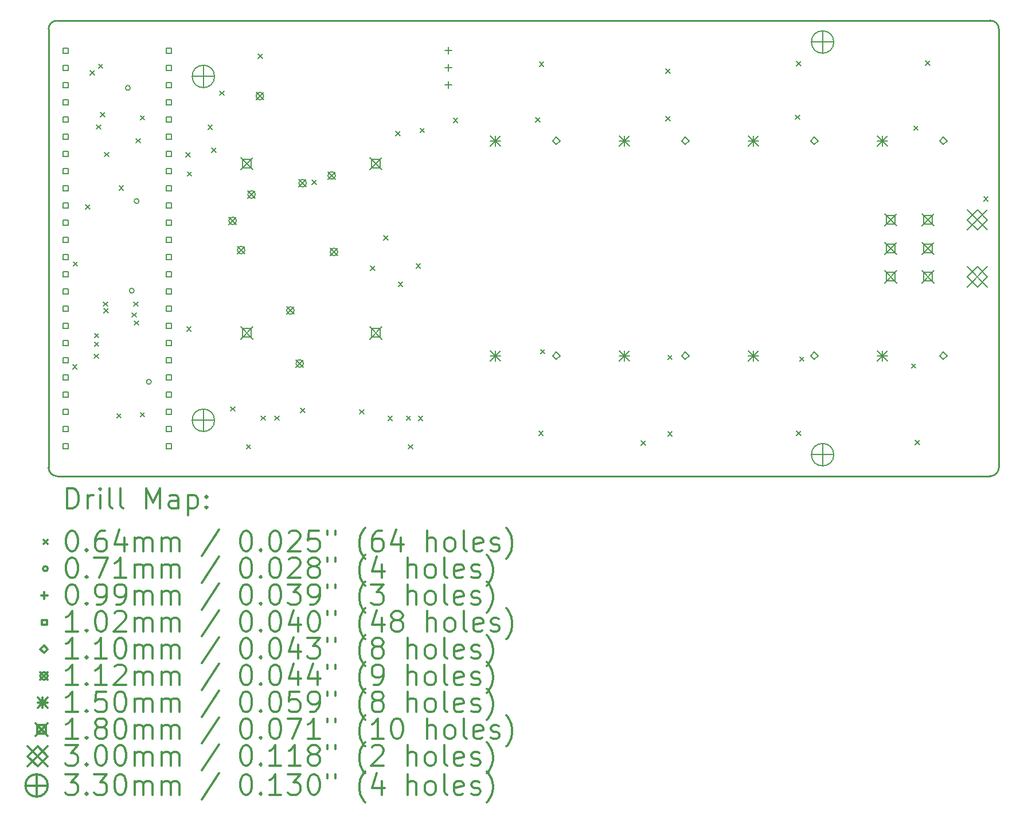
<source format=gbr>
%FSLAX45Y45*%
G04 Gerber Fmt 4.5, Leading zero omitted, Abs format (unit mm)*
G04 Created by KiCad (PCBNEW 6.0.0-unknown-f1f26a9~86~ubuntu18.04.1) date 2019-06-07 10:15:11*
%MOMM*%
%LPD*%
G04 APERTURE LIST*
%ADD10C,0.228600*%
%ADD11C,0.200000*%
%ADD12C,0.300000*%
G04 APERTURE END LIST*
D10*
X19113500Y-13779500D02*
G75*
G02X18986500Y-13906500I-127000J0D01*
G01*
X5207000Y-13906500D02*
G75*
G02X5080000Y-13779500I0J127000D01*
G01*
X5080000Y-7302500D02*
G75*
G02X5207000Y-7175500I127000J0D01*
G01*
X18986500Y-7175500D02*
G75*
G02X19113500Y-7302500I0J-127000D01*
G01*
X18986500Y-7175500D02*
X5207000Y-7175500D01*
X19113500Y-13779500D02*
X19113500Y-7302500D01*
X5207000Y-13906500D02*
X18986500Y-13906500D01*
X5080000Y-7302500D02*
X5080000Y-13779500D01*
D11*
X5438360Y-12261310D02*
X5501860Y-12324810D01*
X5501860Y-12261310D02*
X5438360Y-12324810D01*
X5446470Y-10738600D02*
X5509970Y-10802100D01*
X5509970Y-10738600D02*
X5446470Y-10802100D01*
X5625240Y-9897380D02*
X5688740Y-9960880D01*
X5688740Y-9897380D02*
X5625240Y-9960880D01*
X5694810Y-7913920D02*
X5758310Y-7977420D01*
X5758310Y-7913920D02*
X5694810Y-7977420D01*
X5754580Y-12100490D02*
X5818080Y-12163990D01*
X5818080Y-12100490D02*
X5754580Y-12163990D01*
X5756990Y-11924360D02*
X5820490Y-11987860D01*
X5820490Y-11924360D02*
X5756990Y-11987860D01*
X5759830Y-11796120D02*
X5823330Y-11859620D01*
X5823330Y-11796120D02*
X5759830Y-11859620D01*
X5789650Y-8714830D02*
X5853150Y-8778330D01*
X5853150Y-8714830D02*
X5789650Y-8778330D01*
X5818420Y-7816860D02*
X5881920Y-7880360D01*
X5881920Y-7816860D02*
X5818420Y-7880360D01*
X5846040Y-8535900D02*
X5909540Y-8599400D01*
X5909540Y-8535900D02*
X5846040Y-8599400D01*
X5890520Y-11330100D02*
X5954020Y-11393600D01*
X5954020Y-11330100D02*
X5890520Y-11393600D01*
X5897800Y-11429590D02*
X5961300Y-11493090D01*
X5961300Y-11429590D02*
X5897800Y-11493090D01*
X5907080Y-9121430D02*
X5970580Y-9184930D01*
X5970580Y-9121430D02*
X5907080Y-9184930D01*
X6087200Y-12982700D02*
X6150700Y-13046200D01*
X6150700Y-12982700D02*
X6087200Y-13046200D01*
X6122690Y-9619500D02*
X6186190Y-9683000D01*
X6186190Y-9619500D02*
X6122690Y-9683000D01*
X6314280Y-11493020D02*
X6377780Y-11556520D01*
X6377780Y-11493020D02*
X6314280Y-11556520D01*
X6338960Y-11332880D02*
X6402460Y-11396380D01*
X6402460Y-11332880D02*
X6338960Y-11396380D01*
X6348180Y-11609690D02*
X6411680Y-11673190D01*
X6411680Y-11609690D02*
X6348180Y-11673190D01*
X6370800Y-8917130D02*
X6434300Y-8980630D01*
X6434300Y-8917130D02*
X6370800Y-8980630D01*
X6434230Y-8581510D02*
X6497730Y-8645010D01*
X6497730Y-8581510D02*
X6434230Y-8645010D01*
X6435050Y-12964520D02*
X6498550Y-13028020D01*
X6498550Y-12964520D02*
X6435050Y-13028020D01*
X7109040Y-9124490D02*
X7172540Y-9187990D01*
X7172540Y-9124490D02*
X7109040Y-9187990D01*
X7122970Y-11698440D02*
X7186470Y-11761940D01*
X7186470Y-11698440D02*
X7122970Y-11761940D01*
X7129070Y-9410650D02*
X7192570Y-9474150D01*
X7192570Y-9410650D02*
X7129070Y-9474150D01*
X7433540Y-8721690D02*
X7497040Y-8785190D01*
X7497040Y-8721690D02*
X7433540Y-8785190D01*
X7488710Y-9059100D02*
X7552210Y-9122600D01*
X7552210Y-9059100D02*
X7488710Y-9122600D01*
X7606020Y-8216900D02*
X7669520Y-8280400D01*
X7669520Y-8216900D02*
X7606020Y-8280400D01*
X7770660Y-12880930D02*
X7834160Y-12944430D01*
X7834160Y-12880930D02*
X7770660Y-12944430D01*
X8000840Y-13441900D02*
X8064340Y-13505400D01*
X8064340Y-13441900D02*
X8000840Y-13505400D01*
X8173760Y-7670430D02*
X8237260Y-7733930D01*
X8237260Y-7670430D02*
X8173760Y-7733930D01*
X8217800Y-13015530D02*
X8281300Y-13079030D01*
X8281300Y-13015530D02*
X8217800Y-13079030D01*
X8422260Y-13015480D02*
X8485760Y-13078980D01*
X8485760Y-13015480D02*
X8422260Y-13078980D01*
X8802410Y-12900660D02*
X8865910Y-12964160D01*
X8865910Y-12900660D02*
X8802410Y-12964160D01*
X8971450Y-9534800D02*
X9034950Y-9598300D01*
X9034950Y-9534800D02*
X8971450Y-9598300D01*
X9674800Y-12922700D02*
X9738300Y-12986200D01*
X9738300Y-12922700D02*
X9674800Y-12986200D01*
X9833350Y-10804080D02*
X9896850Y-10867580D01*
X9896850Y-10804080D02*
X9833350Y-10867580D01*
X10029620Y-10355960D02*
X10093120Y-10419460D01*
X10093120Y-10355960D02*
X10029620Y-10419460D01*
X10094040Y-13019290D02*
X10157540Y-13082790D01*
X10157540Y-13019290D02*
X10094040Y-13082790D01*
X10205720Y-8811920D02*
X10269220Y-8875420D01*
X10269220Y-8811920D02*
X10205720Y-8875420D01*
X10245250Y-11038750D02*
X10308750Y-11102250D01*
X10308750Y-11038750D02*
X10245250Y-11102250D01*
X10364090Y-13017120D02*
X10427590Y-13080620D01*
X10427590Y-13017120D02*
X10364090Y-13080620D01*
X10393540Y-13438350D02*
X10457040Y-13501850D01*
X10457040Y-13438350D02*
X10393540Y-13501850D01*
X10509240Y-10767510D02*
X10572740Y-10831010D01*
X10572740Y-10767510D02*
X10509240Y-10831010D01*
X10540980Y-13019780D02*
X10604480Y-13083280D01*
X10604480Y-13019780D02*
X10540980Y-13083280D01*
X10566630Y-8767490D02*
X10630130Y-8830990D01*
X10630130Y-8767490D02*
X10566630Y-8830990D01*
X11056800Y-8617460D02*
X11120300Y-8680960D01*
X11120300Y-8617460D02*
X11056800Y-8680960D01*
X12273750Y-8610870D02*
X12337250Y-8674370D01*
X12337250Y-8610870D02*
X12273750Y-8674370D01*
X12318090Y-13239750D02*
X12381590Y-13303250D01*
X12381590Y-13239750D02*
X12318090Y-13303250D01*
X12327320Y-7787660D02*
X12390820Y-7851160D01*
X12390820Y-7787660D02*
X12327320Y-7851160D01*
X12347210Y-12035330D02*
X12410710Y-12098830D01*
X12410710Y-12035330D02*
X12347210Y-12098830D01*
X13831180Y-13386840D02*
X13894680Y-13450340D01*
X13894680Y-13386840D02*
X13831180Y-13450340D01*
X14193980Y-8592120D02*
X14257480Y-8655620D01*
X14257480Y-8592120D02*
X14193980Y-8655620D01*
X14195730Y-7889730D02*
X14259230Y-7953230D01*
X14259230Y-7889730D02*
X14195730Y-7953230D01*
X14224800Y-13249880D02*
X14288300Y-13313380D01*
X14288300Y-13249880D02*
X14224800Y-13313380D01*
X14225310Y-12120600D02*
X14288810Y-12184100D01*
X14288810Y-12120600D02*
X14225310Y-12184100D01*
X16108890Y-8573110D02*
X16172390Y-8636610D01*
X16172390Y-8573110D02*
X16108890Y-8636610D01*
X16126540Y-7778750D02*
X16190040Y-7842250D01*
X16190040Y-7778750D02*
X16126540Y-7842250D01*
X16127020Y-13239750D02*
X16190520Y-13303250D01*
X16190520Y-13239750D02*
X16127020Y-13303250D01*
X16171400Y-12144060D02*
X16234900Y-12207560D01*
X16234900Y-12144060D02*
X16171400Y-12207560D01*
X17821430Y-12248160D02*
X17884930Y-12311660D01*
X17884930Y-12248160D02*
X17821430Y-12311660D01*
X17855730Y-8731060D02*
X17919230Y-8794560D01*
X17919230Y-8731060D02*
X17855730Y-8794560D01*
X17878560Y-13377160D02*
X17942060Y-13440660D01*
X17942060Y-13377160D02*
X17878560Y-13440660D01*
X18031780Y-7771970D02*
X18095280Y-7835470D01*
X18095280Y-7771970D02*
X18031780Y-7835470D01*
X18891250Y-9778230D02*
X18954750Y-9841730D01*
X18954750Y-9778230D02*
X18891250Y-9841730D01*
X6287540Y-8171410D02*
G75*
G03X6287540Y-8171410I-35560J0D01*
G01*
X6344220Y-11166140D02*
G75*
G03X6344220Y-11166140I-35560J0D01*
G01*
X6415250Y-9842500D02*
G75*
G03X6415250Y-9842500I-35560J0D01*
G01*
X6596560Y-12512080D02*
G75*
G03X6596560Y-12512080I-35560J0D01*
G01*
X10985500Y-7570470D02*
X10985500Y-7669530D01*
X10935970Y-7620000D02*
X11035030Y-7620000D01*
X10985500Y-7824470D02*
X10985500Y-7923530D01*
X10935970Y-7874000D02*
X11035030Y-7874000D01*
X10985500Y-8078470D02*
X10985500Y-8177530D01*
X10935970Y-8128000D02*
X11035030Y-8128000D01*
X5369921Y-7655921D02*
X5369921Y-7584079D01*
X5298079Y-7584079D01*
X5298079Y-7655921D01*
X5369921Y-7655921D01*
X5369921Y-7909921D02*
X5369921Y-7838079D01*
X5298079Y-7838079D01*
X5298079Y-7909921D01*
X5369921Y-7909921D01*
X5369921Y-8163921D02*
X5369921Y-8092079D01*
X5298079Y-8092079D01*
X5298079Y-8163921D01*
X5369921Y-8163921D01*
X5369921Y-8417921D02*
X5369921Y-8346079D01*
X5298079Y-8346079D01*
X5298079Y-8417921D01*
X5369921Y-8417921D01*
X5369921Y-8671921D02*
X5369921Y-8600079D01*
X5298079Y-8600079D01*
X5298079Y-8671921D01*
X5369921Y-8671921D01*
X5369921Y-8925921D02*
X5369921Y-8854079D01*
X5298079Y-8854079D01*
X5298079Y-8925921D01*
X5369921Y-8925921D01*
X5369921Y-9179921D02*
X5369921Y-9108079D01*
X5298079Y-9108079D01*
X5298079Y-9179921D01*
X5369921Y-9179921D01*
X5369921Y-9433921D02*
X5369921Y-9362079D01*
X5298079Y-9362079D01*
X5298079Y-9433921D01*
X5369921Y-9433921D01*
X5369921Y-9687921D02*
X5369921Y-9616079D01*
X5298079Y-9616079D01*
X5298079Y-9687921D01*
X5369921Y-9687921D01*
X5369921Y-9941921D02*
X5369921Y-9870079D01*
X5298079Y-9870079D01*
X5298079Y-9941921D01*
X5369921Y-9941921D01*
X5369921Y-10195921D02*
X5369921Y-10124079D01*
X5298079Y-10124079D01*
X5298079Y-10195921D01*
X5369921Y-10195921D01*
X5369921Y-10449921D02*
X5369921Y-10378079D01*
X5298079Y-10378079D01*
X5298079Y-10449921D01*
X5369921Y-10449921D01*
X5369921Y-10703921D02*
X5369921Y-10632079D01*
X5298079Y-10632079D01*
X5298079Y-10703921D01*
X5369921Y-10703921D01*
X5369921Y-10957921D02*
X5369921Y-10886079D01*
X5298079Y-10886079D01*
X5298079Y-10957921D01*
X5369921Y-10957921D01*
X5369921Y-11211921D02*
X5369921Y-11140079D01*
X5298079Y-11140079D01*
X5298079Y-11211921D01*
X5369921Y-11211921D01*
X5369921Y-11465921D02*
X5369921Y-11394079D01*
X5298079Y-11394079D01*
X5298079Y-11465921D01*
X5369921Y-11465921D01*
X5369921Y-11719921D02*
X5369921Y-11648079D01*
X5298079Y-11648079D01*
X5298079Y-11719921D01*
X5369921Y-11719921D01*
X5369921Y-11973921D02*
X5369921Y-11902079D01*
X5298079Y-11902079D01*
X5298079Y-11973921D01*
X5369921Y-11973921D01*
X5369921Y-12227921D02*
X5369921Y-12156079D01*
X5298079Y-12156079D01*
X5298079Y-12227921D01*
X5369921Y-12227921D01*
X5369921Y-12481921D02*
X5369921Y-12410079D01*
X5298079Y-12410079D01*
X5298079Y-12481921D01*
X5369921Y-12481921D01*
X5369921Y-12735921D02*
X5369921Y-12664079D01*
X5298079Y-12664079D01*
X5298079Y-12735921D01*
X5369921Y-12735921D01*
X5369921Y-12989921D02*
X5369921Y-12918079D01*
X5298079Y-12918079D01*
X5298079Y-12989921D01*
X5369921Y-12989921D01*
X5369921Y-13243921D02*
X5369921Y-13172079D01*
X5298079Y-13172079D01*
X5298079Y-13243921D01*
X5369921Y-13243921D01*
X5369921Y-13497921D02*
X5369921Y-13426079D01*
X5298079Y-13426079D01*
X5298079Y-13497921D01*
X5369921Y-13497921D01*
X6893921Y-7655921D02*
X6893921Y-7584079D01*
X6822079Y-7584079D01*
X6822079Y-7655921D01*
X6893921Y-7655921D01*
X6893921Y-7909921D02*
X6893921Y-7838079D01*
X6822079Y-7838079D01*
X6822079Y-7909921D01*
X6893921Y-7909921D01*
X6893921Y-8163921D02*
X6893921Y-8092079D01*
X6822079Y-8092079D01*
X6822079Y-8163921D01*
X6893921Y-8163921D01*
X6893921Y-8417921D02*
X6893921Y-8346079D01*
X6822079Y-8346079D01*
X6822079Y-8417921D01*
X6893921Y-8417921D01*
X6893921Y-8671921D02*
X6893921Y-8600079D01*
X6822079Y-8600079D01*
X6822079Y-8671921D01*
X6893921Y-8671921D01*
X6893921Y-8925921D02*
X6893921Y-8854079D01*
X6822079Y-8854079D01*
X6822079Y-8925921D01*
X6893921Y-8925921D01*
X6893921Y-9179921D02*
X6893921Y-9108079D01*
X6822079Y-9108079D01*
X6822079Y-9179921D01*
X6893921Y-9179921D01*
X6893921Y-9433921D02*
X6893921Y-9362079D01*
X6822079Y-9362079D01*
X6822079Y-9433921D01*
X6893921Y-9433921D01*
X6893921Y-9687921D02*
X6893921Y-9616079D01*
X6822079Y-9616079D01*
X6822079Y-9687921D01*
X6893921Y-9687921D01*
X6893921Y-9941921D02*
X6893921Y-9870079D01*
X6822079Y-9870079D01*
X6822079Y-9941921D01*
X6893921Y-9941921D01*
X6893921Y-10195921D02*
X6893921Y-10124079D01*
X6822079Y-10124079D01*
X6822079Y-10195921D01*
X6893921Y-10195921D01*
X6893921Y-10449921D02*
X6893921Y-10378079D01*
X6822079Y-10378079D01*
X6822079Y-10449921D01*
X6893921Y-10449921D01*
X6893921Y-10703921D02*
X6893921Y-10632079D01*
X6822079Y-10632079D01*
X6822079Y-10703921D01*
X6893921Y-10703921D01*
X6893921Y-10957921D02*
X6893921Y-10886079D01*
X6822079Y-10886079D01*
X6822079Y-10957921D01*
X6893921Y-10957921D01*
X6893921Y-11211921D02*
X6893921Y-11140079D01*
X6822079Y-11140079D01*
X6822079Y-11211921D01*
X6893921Y-11211921D01*
X6893921Y-11465921D02*
X6893921Y-11394079D01*
X6822079Y-11394079D01*
X6822079Y-11465921D01*
X6893921Y-11465921D01*
X6893921Y-11719921D02*
X6893921Y-11648079D01*
X6822079Y-11648079D01*
X6822079Y-11719921D01*
X6893921Y-11719921D01*
X6893921Y-11973921D02*
X6893921Y-11902079D01*
X6822079Y-11902079D01*
X6822079Y-11973921D01*
X6893921Y-11973921D01*
X6893921Y-12227921D02*
X6893921Y-12156079D01*
X6822079Y-12156079D01*
X6822079Y-12227921D01*
X6893921Y-12227921D01*
X6893921Y-12481921D02*
X6893921Y-12410079D01*
X6822079Y-12410079D01*
X6822079Y-12481921D01*
X6893921Y-12481921D01*
X6893921Y-12735921D02*
X6893921Y-12664079D01*
X6822079Y-12664079D01*
X6822079Y-12735921D01*
X6893921Y-12735921D01*
X6893921Y-12989921D02*
X6893921Y-12918079D01*
X6822079Y-12918079D01*
X6822079Y-12989921D01*
X6893921Y-12989921D01*
X6893921Y-13243921D02*
X6893921Y-13172079D01*
X6822079Y-13172079D01*
X6822079Y-13243921D01*
X6893921Y-13243921D01*
X6893921Y-13497921D02*
X6893921Y-13426079D01*
X6822079Y-13426079D01*
X6822079Y-13497921D01*
X6893921Y-13497921D01*
X18293500Y-9008500D02*
X18348500Y-8953500D01*
X18293500Y-8898500D01*
X18238500Y-8953500D01*
X18293500Y-9008500D01*
X18293500Y-12183500D02*
X18348500Y-12128500D01*
X18293500Y-12073500D01*
X18238500Y-12128500D01*
X18293500Y-12183500D01*
X16388500Y-12183500D02*
X16443500Y-12128500D01*
X16388500Y-12073500D01*
X16333500Y-12128500D01*
X16388500Y-12183500D01*
X14483500Y-9008500D02*
X14538500Y-8953500D01*
X14483500Y-8898500D01*
X14428500Y-8953500D01*
X14483500Y-9008500D01*
X16388500Y-9008500D02*
X16443500Y-8953500D01*
X16388500Y-8898500D01*
X16333500Y-8953500D01*
X16388500Y-9008500D01*
X14483500Y-12183500D02*
X14538500Y-12128500D01*
X14483500Y-12073500D01*
X14428500Y-12128500D01*
X14483500Y-12183500D01*
X12578500Y-12183500D02*
X12633500Y-12128500D01*
X12578500Y-12073500D01*
X12523500Y-12128500D01*
X12578500Y-12183500D01*
X12578500Y-9008500D02*
X12633500Y-8953500D01*
X12578500Y-8898500D01*
X12523500Y-8953500D01*
X12578500Y-9008500D01*
X7742850Y-10078590D02*
X7854610Y-10190350D01*
X7854610Y-10078590D02*
X7742850Y-10190350D01*
X7854610Y-10134470D02*
G75*
G03X7854610Y-10134470I-55880J0D01*
G01*
X7868670Y-10510110D02*
X7980430Y-10621870D01*
X7980430Y-10510110D02*
X7868670Y-10621870D01*
X7980430Y-10565990D02*
G75*
G03X7980430Y-10565990I-55880J0D01*
G01*
X8022160Y-9689890D02*
X8133920Y-9801650D01*
X8133920Y-9689890D02*
X8022160Y-9801650D01*
X8133920Y-9745770D02*
G75*
G03X8133920Y-9745770I-55880J0D01*
G01*
X8144480Y-8235230D02*
X8256240Y-8346990D01*
X8256240Y-8235230D02*
X8144480Y-8346990D01*
X8256240Y-8291110D02*
G75*
G03X8256240Y-8291110I-55880J0D01*
G01*
X8596160Y-11403220D02*
X8707920Y-11514980D01*
X8707920Y-11403220D02*
X8596160Y-11514980D01*
X8707920Y-11459100D02*
G75*
G03X8707920Y-11459100I-55880J0D01*
G01*
X8734020Y-12186010D02*
X8845780Y-12297770D01*
X8845780Y-12186010D02*
X8734020Y-12297770D01*
X8845780Y-12241890D02*
G75*
G03X8845780Y-12241890I-55880J0D01*
G01*
X8776600Y-9521990D02*
X8888360Y-9633750D01*
X8888360Y-9521990D02*
X8776600Y-9633750D01*
X8888360Y-9577870D02*
G75*
G03X8888360Y-9577870I-55880J0D01*
G01*
X9205150Y-9408790D02*
X9316910Y-9520550D01*
X9316910Y-9408790D02*
X9205150Y-9520550D01*
X9316910Y-9464670D02*
G75*
G03X9316910Y-9464670I-55880J0D01*
G01*
X9238110Y-10537990D02*
X9349870Y-10649750D01*
X9349870Y-10537990D02*
X9238110Y-10649750D01*
X9349870Y-10593870D02*
G75*
G03X9349870Y-10593870I-55880J0D01*
G01*
X13508500Y-8878500D02*
X13658500Y-9028500D01*
X13658500Y-8878500D02*
X13508500Y-9028500D01*
X13583500Y-8878500D02*
X13583500Y-9028500D01*
X13508500Y-8953500D02*
X13658500Y-8953500D01*
X11603500Y-8878500D02*
X11753500Y-9028500D01*
X11753500Y-8878500D02*
X11603500Y-9028500D01*
X11678500Y-8878500D02*
X11678500Y-9028500D01*
X11603500Y-8953500D02*
X11753500Y-8953500D01*
X15413500Y-8878500D02*
X15563500Y-9028500D01*
X15563500Y-8878500D02*
X15413500Y-9028500D01*
X15488500Y-8878500D02*
X15488500Y-9028500D01*
X15413500Y-8953500D02*
X15563500Y-8953500D01*
X13508500Y-12053500D02*
X13658500Y-12203500D01*
X13658500Y-12053500D02*
X13508500Y-12203500D01*
X13583500Y-12053500D02*
X13583500Y-12203500D01*
X13508500Y-12128500D02*
X13658500Y-12128500D01*
X17318500Y-8878500D02*
X17468500Y-9028500D01*
X17468500Y-8878500D02*
X17318500Y-9028500D01*
X17393500Y-8878500D02*
X17393500Y-9028500D01*
X17318500Y-8953500D02*
X17468500Y-8953500D01*
X11603500Y-12053500D02*
X11753500Y-12203500D01*
X11753500Y-12053500D02*
X11603500Y-12203500D01*
X11678500Y-12053500D02*
X11678500Y-12203500D01*
X11603500Y-12128500D02*
X11753500Y-12128500D01*
X15413500Y-12053500D02*
X15563500Y-12203500D01*
X15563500Y-12053500D02*
X15413500Y-12203500D01*
X15488500Y-12053500D02*
X15488500Y-12203500D01*
X15413500Y-12128500D02*
X15563500Y-12128500D01*
X17318500Y-12053500D02*
X17468500Y-12203500D01*
X17468500Y-12053500D02*
X17318500Y-12203500D01*
X17393500Y-12053500D02*
X17393500Y-12203500D01*
X17318500Y-12128500D02*
X17468500Y-12128500D01*
X9823500Y-9201000D02*
X10003500Y-9381000D01*
X10003500Y-9201000D02*
X9823500Y-9381000D01*
X9977140Y-9354640D02*
X9977140Y-9227360D01*
X9849860Y-9227360D01*
X9849860Y-9354640D01*
X9977140Y-9354640D01*
X9823500Y-11701000D02*
X10003500Y-11881000D01*
X10003500Y-11701000D02*
X9823500Y-11881000D01*
X9977140Y-11854640D02*
X9977140Y-11727360D01*
X9849860Y-11727360D01*
X9849860Y-11854640D01*
X9977140Y-11854640D01*
X7918500Y-9201000D02*
X8098500Y-9381000D01*
X8098500Y-9201000D02*
X7918500Y-9381000D01*
X8072140Y-9354640D02*
X8072140Y-9227360D01*
X7944860Y-9227360D01*
X7944860Y-9354640D01*
X8072140Y-9354640D01*
X7918500Y-11701000D02*
X8098500Y-11881000D01*
X8098500Y-11701000D02*
X7918500Y-11881000D01*
X8072140Y-11854640D02*
X8072140Y-11727360D01*
X7944860Y-11727360D01*
X7944860Y-11854640D01*
X8072140Y-11854640D01*
X17426000Y-10031000D02*
X17606000Y-10211000D01*
X17606000Y-10031000D02*
X17426000Y-10211000D01*
X17579640Y-10184640D02*
X17579640Y-10057360D01*
X17452360Y-10057360D01*
X17452360Y-10184640D01*
X17579640Y-10184640D01*
X17426000Y-10451000D02*
X17606000Y-10631000D01*
X17606000Y-10451000D02*
X17426000Y-10631000D01*
X17579640Y-10604640D02*
X17579640Y-10477360D01*
X17452360Y-10477360D01*
X17452360Y-10604640D01*
X17579640Y-10604640D01*
X17426000Y-10871000D02*
X17606000Y-11051000D01*
X17606000Y-10871000D02*
X17426000Y-11051000D01*
X17579640Y-11024640D02*
X17579640Y-10897360D01*
X17452360Y-10897360D01*
X17452360Y-11024640D01*
X17579640Y-11024640D01*
X17976000Y-10031000D02*
X18156000Y-10211000D01*
X18156000Y-10031000D02*
X17976000Y-10211000D01*
X18129640Y-10184640D02*
X18129640Y-10057360D01*
X18002360Y-10057360D01*
X18002360Y-10184640D01*
X18129640Y-10184640D01*
X17976000Y-10451000D02*
X18156000Y-10631000D01*
X18156000Y-10451000D02*
X17976000Y-10631000D01*
X18129640Y-10604640D02*
X18129640Y-10477360D01*
X18002360Y-10477360D01*
X18002360Y-10604640D01*
X18129640Y-10604640D01*
X17976000Y-10871000D02*
X18156000Y-11051000D01*
X18156000Y-10871000D02*
X17976000Y-11051000D01*
X18129640Y-11024640D02*
X18129640Y-10897360D01*
X18002360Y-10897360D01*
X18002360Y-11024640D01*
X18129640Y-11024640D01*
X18646000Y-9971000D02*
X18946000Y-10271000D01*
X18946000Y-9971000D02*
X18646000Y-10271000D01*
X18796000Y-10271000D02*
X18946000Y-10121000D01*
X18796000Y-9971000D01*
X18646000Y-10121000D01*
X18796000Y-10271000D01*
X18646000Y-10811000D02*
X18946000Y-11111000D01*
X18946000Y-10811000D02*
X18646000Y-11111000D01*
X18796000Y-11111000D02*
X18946000Y-10961000D01*
X18796000Y-10811000D01*
X18646000Y-10961000D01*
X18796000Y-11111000D01*
X7366000Y-7835900D02*
X7366000Y-8166100D01*
X7200900Y-8001000D02*
X7531100Y-8001000D01*
X7531100Y-8001000D02*
G75*
G03X7531100Y-8001000I-165100J0D01*
G01*
X16510000Y-7327900D02*
X16510000Y-7658100D01*
X16344900Y-7493000D02*
X16675100Y-7493000D01*
X16675100Y-7493000D02*
G75*
G03X16675100Y-7493000I-165100J0D01*
G01*
X16510000Y-13423900D02*
X16510000Y-13754100D01*
X16344900Y-13589000D02*
X16675100Y-13589000D01*
X16675100Y-13589000D02*
G75*
G03X16675100Y-13589000I-165100J0D01*
G01*
X7366000Y-12915900D02*
X7366000Y-13246100D01*
X7200900Y-13081000D02*
X7531100Y-13081000D01*
X7531100Y-13081000D02*
G75*
G03X7531100Y-13081000I-165100J0D01*
G01*
D12*
X5354998Y-14383644D02*
X5354998Y-14083644D01*
X5426427Y-14083644D01*
X5469284Y-14097930D01*
X5497856Y-14126501D01*
X5512141Y-14155073D01*
X5526427Y-14212216D01*
X5526427Y-14255073D01*
X5512141Y-14312216D01*
X5497856Y-14340787D01*
X5469284Y-14369359D01*
X5426427Y-14383644D01*
X5354998Y-14383644D01*
X5654998Y-14383644D02*
X5654998Y-14183644D01*
X5654998Y-14240787D02*
X5669284Y-14212216D01*
X5683570Y-14197930D01*
X5712141Y-14183644D01*
X5740713Y-14183644D01*
X5840713Y-14383644D02*
X5840713Y-14183644D01*
X5840713Y-14083644D02*
X5826427Y-14097930D01*
X5840713Y-14112216D01*
X5854998Y-14097930D01*
X5840713Y-14083644D01*
X5840713Y-14112216D01*
X6026427Y-14383644D02*
X5997856Y-14369359D01*
X5983570Y-14340787D01*
X5983570Y-14083644D01*
X6183570Y-14383644D02*
X6154998Y-14369359D01*
X6140713Y-14340787D01*
X6140713Y-14083644D01*
X6526427Y-14383644D02*
X6526427Y-14083644D01*
X6626427Y-14297930D01*
X6726427Y-14083644D01*
X6726427Y-14383644D01*
X6997856Y-14383644D02*
X6997856Y-14226501D01*
X6983570Y-14197930D01*
X6954998Y-14183644D01*
X6897856Y-14183644D01*
X6869284Y-14197930D01*
X6997856Y-14369359D02*
X6969284Y-14383644D01*
X6897856Y-14383644D01*
X6869284Y-14369359D01*
X6854998Y-14340787D01*
X6854998Y-14312216D01*
X6869284Y-14283644D01*
X6897856Y-14269359D01*
X6969284Y-14269359D01*
X6997856Y-14255073D01*
X7140713Y-14183644D02*
X7140713Y-14483644D01*
X7140713Y-14197930D02*
X7169284Y-14183644D01*
X7226427Y-14183644D01*
X7254998Y-14197930D01*
X7269284Y-14212216D01*
X7283570Y-14240787D01*
X7283570Y-14326501D01*
X7269284Y-14355073D01*
X7254998Y-14369359D01*
X7226427Y-14383644D01*
X7169284Y-14383644D01*
X7140713Y-14369359D01*
X7412141Y-14355073D02*
X7426427Y-14369359D01*
X7412141Y-14383644D01*
X7397856Y-14369359D01*
X7412141Y-14355073D01*
X7412141Y-14383644D01*
X7412141Y-14197930D02*
X7426427Y-14212216D01*
X7412141Y-14226501D01*
X7397856Y-14212216D01*
X7412141Y-14197930D01*
X7412141Y-14226501D01*
X5005070Y-14846180D02*
X5068570Y-14909680D01*
X5068570Y-14846180D02*
X5005070Y-14909680D01*
X5412141Y-14713644D02*
X5440713Y-14713644D01*
X5469284Y-14727930D01*
X5483570Y-14742216D01*
X5497856Y-14770787D01*
X5512141Y-14827930D01*
X5512141Y-14899359D01*
X5497856Y-14956501D01*
X5483570Y-14985073D01*
X5469284Y-14999359D01*
X5440713Y-15013644D01*
X5412141Y-15013644D01*
X5383570Y-14999359D01*
X5369284Y-14985073D01*
X5354998Y-14956501D01*
X5340713Y-14899359D01*
X5340713Y-14827930D01*
X5354998Y-14770787D01*
X5369284Y-14742216D01*
X5383570Y-14727930D01*
X5412141Y-14713644D01*
X5640713Y-14985073D02*
X5654998Y-14999359D01*
X5640713Y-15013644D01*
X5626427Y-14999359D01*
X5640713Y-14985073D01*
X5640713Y-15013644D01*
X5912141Y-14713644D02*
X5854998Y-14713644D01*
X5826427Y-14727930D01*
X5812141Y-14742216D01*
X5783570Y-14785073D01*
X5769284Y-14842216D01*
X5769284Y-14956501D01*
X5783570Y-14985073D01*
X5797856Y-14999359D01*
X5826427Y-15013644D01*
X5883570Y-15013644D01*
X5912141Y-14999359D01*
X5926427Y-14985073D01*
X5940713Y-14956501D01*
X5940713Y-14885073D01*
X5926427Y-14856501D01*
X5912141Y-14842216D01*
X5883570Y-14827930D01*
X5826427Y-14827930D01*
X5797856Y-14842216D01*
X5783570Y-14856501D01*
X5769284Y-14885073D01*
X6197856Y-14813644D02*
X6197856Y-15013644D01*
X6126427Y-14699359D02*
X6054998Y-14913644D01*
X6240713Y-14913644D01*
X6354998Y-15013644D02*
X6354998Y-14813644D01*
X6354998Y-14842216D02*
X6369284Y-14827930D01*
X6397856Y-14813644D01*
X6440713Y-14813644D01*
X6469284Y-14827930D01*
X6483570Y-14856501D01*
X6483570Y-15013644D01*
X6483570Y-14856501D02*
X6497856Y-14827930D01*
X6526427Y-14813644D01*
X6569284Y-14813644D01*
X6597856Y-14827930D01*
X6612141Y-14856501D01*
X6612141Y-15013644D01*
X6754998Y-15013644D02*
X6754998Y-14813644D01*
X6754998Y-14842216D02*
X6769284Y-14827930D01*
X6797856Y-14813644D01*
X6840713Y-14813644D01*
X6869284Y-14827930D01*
X6883570Y-14856501D01*
X6883570Y-15013644D01*
X6883570Y-14856501D02*
X6897856Y-14827930D01*
X6926427Y-14813644D01*
X6969284Y-14813644D01*
X6997856Y-14827930D01*
X7012141Y-14856501D01*
X7012141Y-15013644D01*
X7597856Y-14699359D02*
X7340713Y-15085073D01*
X7983570Y-14713644D02*
X8012141Y-14713644D01*
X8040713Y-14727930D01*
X8054998Y-14742216D01*
X8069284Y-14770787D01*
X8083570Y-14827930D01*
X8083570Y-14899359D01*
X8069284Y-14956501D01*
X8054998Y-14985073D01*
X8040713Y-14999359D01*
X8012141Y-15013644D01*
X7983570Y-15013644D01*
X7954998Y-14999359D01*
X7940713Y-14985073D01*
X7926427Y-14956501D01*
X7912141Y-14899359D01*
X7912141Y-14827930D01*
X7926427Y-14770787D01*
X7940713Y-14742216D01*
X7954998Y-14727930D01*
X7983570Y-14713644D01*
X8212141Y-14985073D02*
X8226427Y-14999359D01*
X8212141Y-15013644D01*
X8197856Y-14999359D01*
X8212141Y-14985073D01*
X8212141Y-15013644D01*
X8412141Y-14713644D02*
X8440713Y-14713644D01*
X8469284Y-14727930D01*
X8483570Y-14742216D01*
X8497856Y-14770787D01*
X8512141Y-14827930D01*
X8512141Y-14899359D01*
X8497856Y-14956501D01*
X8483570Y-14985073D01*
X8469284Y-14999359D01*
X8440713Y-15013644D01*
X8412141Y-15013644D01*
X8383570Y-14999359D01*
X8369284Y-14985073D01*
X8354998Y-14956501D01*
X8340713Y-14899359D01*
X8340713Y-14827930D01*
X8354998Y-14770787D01*
X8369284Y-14742216D01*
X8383570Y-14727930D01*
X8412141Y-14713644D01*
X8626427Y-14742216D02*
X8640713Y-14727930D01*
X8669284Y-14713644D01*
X8740713Y-14713644D01*
X8769284Y-14727930D01*
X8783570Y-14742216D01*
X8797856Y-14770787D01*
X8797856Y-14799359D01*
X8783570Y-14842216D01*
X8612141Y-15013644D01*
X8797856Y-15013644D01*
X9069284Y-14713644D02*
X8926427Y-14713644D01*
X8912141Y-14856501D01*
X8926427Y-14842216D01*
X8954998Y-14827930D01*
X9026427Y-14827930D01*
X9054998Y-14842216D01*
X9069284Y-14856501D01*
X9083570Y-14885073D01*
X9083570Y-14956501D01*
X9069284Y-14985073D01*
X9054998Y-14999359D01*
X9026427Y-15013644D01*
X8954998Y-15013644D01*
X8926427Y-14999359D01*
X8912141Y-14985073D01*
X9197856Y-14713644D02*
X9197856Y-14770787D01*
X9312141Y-14713644D02*
X9312141Y-14770787D01*
X9754998Y-15127930D02*
X9740713Y-15113644D01*
X9712141Y-15070787D01*
X9697856Y-15042216D01*
X9683570Y-14999359D01*
X9669284Y-14927930D01*
X9669284Y-14870787D01*
X9683570Y-14799359D01*
X9697856Y-14756501D01*
X9712141Y-14727930D01*
X9740713Y-14685073D01*
X9754998Y-14670787D01*
X9997856Y-14713644D02*
X9940713Y-14713644D01*
X9912141Y-14727930D01*
X9897856Y-14742216D01*
X9869284Y-14785073D01*
X9854998Y-14842216D01*
X9854998Y-14956501D01*
X9869284Y-14985073D01*
X9883570Y-14999359D01*
X9912141Y-15013644D01*
X9969284Y-15013644D01*
X9997856Y-14999359D01*
X10012141Y-14985073D01*
X10026427Y-14956501D01*
X10026427Y-14885073D01*
X10012141Y-14856501D01*
X9997856Y-14842216D01*
X9969284Y-14827930D01*
X9912141Y-14827930D01*
X9883570Y-14842216D01*
X9869284Y-14856501D01*
X9854998Y-14885073D01*
X10283570Y-14813644D02*
X10283570Y-15013644D01*
X10212141Y-14699359D02*
X10140713Y-14913644D01*
X10326427Y-14913644D01*
X10669284Y-15013644D02*
X10669284Y-14713644D01*
X10797856Y-15013644D02*
X10797856Y-14856501D01*
X10783570Y-14827930D01*
X10754998Y-14813644D01*
X10712141Y-14813644D01*
X10683570Y-14827930D01*
X10669284Y-14842216D01*
X10983570Y-15013644D02*
X10954998Y-14999359D01*
X10940713Y-14985073D01*
X10926427Y-14956501D01*
X10926427Y-14870787D01*
X10940713Y-14842216D01*
X10954998Y-14827930D01*
X10983570Y-14813644D01*
X11026427Y-14813644D01*
X11054998Y-14827930D01*
X11069284Y-14842216D01*
X11083570Y-14870787D01*
X11083570Y-14956501D01*
X11069284Y-14985073D01*
X11054998Y-14999359D01*
X11026427Y-15013644D01*
X10983570Y-15013644D01*
X11254998Y-15013644D02*
X11226427Y-14999359D01*
X11212141Y-14970787D01*
X11212141Y-14713644D01*
X11483570Y-14999359D02*
X11454998Y-15013644D01*
X11397856Y-15013644D01*
X11369284Y-14999359D01*
X11354998Y-14970787D01*
X11354998Y-14856501D01*
X11369284Y-14827930D01*
X11397856Y-14813644D01*
X11454998Y-14813644D01*
X11483570Y-14827930D01*
X11497856Y-14856501D01*
X11497856Y-14885073D01*
X11354998Y-14913644D01*
X11612141Y-14999359D02*
X11640713Y-15013644D01*
X11697856Y-15013644D01*
X11726427Y-14999359D01*
X11740713Y-14970787D01*
X11740713Y-14956501D01*
X11726427Y-14927930D01*
X11697856Y-14913644D01*
X11654998Y-14913644D01*
X11626427Y-14899359D01*
X11612141Y-14870787D01*
X11612141Y-14856501D01*
X11626427Y-14827930D01*
X11654998Y-14813644D01*
X11697856Y-14813644D01*
X11726427Y-14827930D01*
X11840713Y-15127930D02*
X11854998Y-15113644D01*
X11883570Y-15070787D01*
X11897856Y-15042216D01*
X11912141Y-14999359D01*
X11926427Y-14927930D01*
X11926427Y-14870787D01*
X11912141Y-14799359D01*
X11897856Y-14756501D01*
X11883570Y-14727930D01*
X11854998Y-14685073D01*
X11840713Y-14670787D01*
X5068570Y-15273930D02*
G75*
G03X5068570Y-15273930I-35560J0D01*
G01*
X5412141Y-15109644D02*
X5440713Y-15109644D01*
X5469284Y-15123930D01*
X5483570Y-15138216D01*
X5497856Y-15166787D01*
X5512141Y-15223930D01*
X5512141Y-15295359D01*
X5497856Y-15352501D01*
X5483570Y-15381073D01*
X5469284Y-15395359D01*
X5440713Y-15409644D01*
X5412141Y-15409644D01*
X5383570Y-15395359D01*
X5369284Y-15381073D01*
X5354998Y-15352501D01*
X5340713Y-15295359D01*
X5340713Y-15223930D01*
X5354998Y-15166787D01*
X5369284Y-15138216D01*
X5383570Y-15123930D01*
X5412141Y-15109644D01*
X5640713Y-15381073D02*
X5654998Y-15395359D01*
X5640713Y-15409644D01*
X5626427Y-15395359D01*
X5640713Y-15381073D01*
X5640713Y-15409644D01*
X5754998Y-15109644D02*
X5954998Y-15109644D01*
X5826427Y-15409644D01*
X6226427Y-15409644D02*
X6054998Y-15409644D01*
X6140713Y-15409644D02*
X6140713Y-15109644D01*
X6112141Y-15152501D01*
X6083570Y-15181073D01*
X6054998Y-15195359D01*
X6354998Y-15409644D02*
X6354998Y-15209644D01*
X6354998Y-15238216D02*
X6369284Y-15223930D01*
X6397856Y-15209644D01*
X6440713Y-15209644D01*
X6469284Y-15223930D01*
X6483570Y-15252501D01*
X6483570Y-15409644D01*
X6483570Y-15252501D02*
X6497856Y-15223930D01*
X6526427Y-15209644D01*
X6569284Y-15209644D01*
X6597856Y-15223930D01*
X6612141Y-15252501D01*
X6612141Y-15409644D01*
X6754998Y-15409644D02*
X6754998Y-15209644D01*
X6754998Y-15238216D02*
X6769284Y-15223930D01*
X6797856Y-15209644D01*
X6840713Y-15209644D01*
X6869284Y-15223930D01*
X6883570Y-15252501D01*
X6883570Y-15409644D01*
X6883570Y-15252501D02*
X6897856Y-15223930D01*
X6926427Y-15209644D01*
X6969284Y-15209644D01*
X6997856Y-15223930D01*
X7012141Y-15252501D01*
X7012141Y-15409644D01*
X7597856Y-15095359D02*
X7340713Y-15481073D01*
X7983570Y-15109644D02*
X8012141Y-15109644D01*
X8040713Y-15123930D01*
X8054998Y-15138216D01*
X8069284Y-15166787D01*
X8083570Y-15223930D01*
X8083570Y-15295359D01*
X8069284Y-15352501D01*
X8054998Y-15381073D01*
X8040713Y-15395359D01*
X8012141Y-15409644D01*
X7983570Y-15409644D01*
X7954998Y-15395359D01*
X7940713Y-15381073D01*
X7926427Y-15352501D01*
X7912141Y-15295359D01*
X7912141Y-15223930D01*
X7926427Y-15166787D01*
X7940713Y-15138216D01*
X7954998Y-15123930D01*
X7983570Y-15109644D01*
X8212141Y-15381073D02*
X8226427Y-15395359D01*
X8212141Y-15409644D01*
X8197856Y-15395359D01*
X8212141Y-15381073D01*
X8212141Y-15409644D01*
X8412141Y-15109644D02*
X8440713Y-15109644D01*
X8469284Y-15123930D01*
X8483570Y-15138216D01*
X8497856Y-15166787D01*
X8512141Y-15223930D01*
X8512141Y-15295359D01*
X8497856Y-15352501D01*
X8483570Y-15381073D01*
X8469284Y-15395359D01*
X8440713Y-15409644D01*
X8412141Y-15409644D01*
X8383570Y-15395359D01*
X8369284Y-15381073D01*
X8354998Y-15352501D01*
X8340713Y-15295359D01*
X8340713Y-15223930D01*
X8354998Y-15166787D01*
X8369284Y-15138216D01*
X8383570Y-15123930D01*
X8412141Y-15109644D01*
X8626427Y-15138216D02*
X8640713Y-15123930D01*
X8669284Y-15109644D01*
X8740713Y-15109644D01*
X8769284Y-15123930D01*
X8783570Y-15138216D01*
X8797856Y-15166787D01*
X8797856Y-15195359D01*
X8783570Y-15238216D01*
X8612141Y-15409644D01*
X8797856Y-15409644D01*
X8969284Y-15238216D02*
X8940713Y-15223930D01*
X8926427Y-15209644D01*
X8912141Y-15181073D01*
X8912141Y-15166787D01*
X8926427Y-15138216D01*
X8940713Y-15123930D01*
X8969284Y-15109644D01*
X9026427Y-15109644D01*
X9054998Y-15123930D01*
X9069284Y-15138216D01*
X9083570Y-15166787D01*
X9083570Y-15181073D01*
X9069284Y-15209644D01*
X9054998Y-15223930D01*
X9026427Y-15238216D01*
X8969284Y-15238216D01*
X8940713Y-15252501D01*
X8926427Y-15266787D01*
X8912141Y-15295359D01*
X8912141Y-15352501D01*
X8926427Y-15381073D01*
X8940713Y-15395359D01*
X8969284Y-15409644D01*
X9026427Y-15409644D01*
X9054998Y-15395359D01*
X9069284Y-15381073D01*
X9083570Y-15352501D01*
X9083570Y-15295359D01*
X9069284Y-15266787D01*
X9054998Y-15252501D01*
X9026427Y-15238216D01*
X9197856Y-15109644D02*
X9197856Y-15166787D01*
X9312141Y-15109644D02*
X9312141Y-15166787D01*
X9754998Y-15523930D02*
X9740713Y-15509644D01*
X9712141Y-15466787D01*
X9697856Y-15438216D01*
X9683570Y-15395359D01*
X9669284Y-15323930D01*
X9669284Y-15266787D01*
X9683570Y-15195359D01*
X9697856Y-15152501D01*
X9712141Y-15123930D01*
X9740713Y-15081073D01*
X9754998Y-15066787D01*
X9997856Y-15209644D02*
X9997856Y-15409644D01*
X9926427Y-15095359D02*
X9854998Y-15309644D01*
X10040713Y-15309644D01*
X10383570Y-15409644D02*
X10383570Y-15109644D01*
X10512141Y-15409644D02*
X10512141Y-15252501D01*
X10497856Y-15223930D01*
X10469284Y-15209644D01*
X10426427Y-15209644D01*
X10397856Y-15223930D01*
X10383570Y-15238216D01*
X10697856Y-15409644D02*
X10669284Y-15395359D01*
X10654998Y-15381073D01*
X10640713Y-15352501D01*
X10640713Y-15266787D01*
X10654998Y-15238216D01*
X10669284Y-15223930D01*
X10697856Y-15209644D01*
X10740713Y-15209644D01*
X10769284Y-15223930D01*
X10783570Y-15238216D01*
X10797856Y-15266787D01*
X10797856Y-15352501D01*
X10783570Y-15381073D01*
X10769284Y-15395359D01*
X10740713Y-15409644D01*
X10697856Y-15409644D01*
X10969284Y-15409644D02*
X10940713Y-15395359D01*
X10926427Y-15366787D01*
X10926427Y-15109644D01*
X11197856Y-15395359D02*
X11169284Y-15409644D01*
X11112141Y-15409644D01*
X11083570Y-15395359D01*
X11069284Y-15366787D01*
X11069284Y-15252501D01*
X11083570Y-15223930D01*
X11112141Y-15209644D01*
X11169284Y-15209644D01*
X11197856Y-15223930D01*
X11212141Y-15252501D01*
X11212141Y-15281073D01*
X11069284Y-15309644D01*
X11326427Y-15395359D02*
X11354998Y-15409644D01*
X11412141Y-15409644D01*
X11440713Y-15395359D01*
X11454998Y-15366787D01*
X11454998Y-15352501D01*
X11440713Y-15323930D01*
X11412141Y-15309644D01*
X11369284Y-15309644D01*
X11340713Y-15295359D01*
X11326427Y-15266787D01*
X11326427Y-15252501D01*
X11340713Y-15223930D01*
X11369284Y-15209644D01*
X11412141Y-15209644D01*
X11440713Y-15223930D01*
X11554998Y-15523930D02*
X11569284Y-15509644D01*
X11597856Y-15466787D01*
X11612141Y-15438216D01*
X11626427Y-15395359D01*
X11640713Y-15323930D01*
X11640713Y-15266787D01*
X11626427Y-15195359D01*
X11612141Y-15152501D01*
X11597856Y-15123930D01*
X11569284Y-15081073D01*
X11554998Y-15066787D01*
X5019040Y-15620400D02*
X5019040Y-15719460D01*
X4969510Y-15669930D02*
X5068570Y-15669930D01*
X5412141Y-15505644D02*
X5440713Y-15505644D01*
X5469284Y-15519930D01*
X5483570Y-15534216D01*
X5497856Y-15562787D01*
X5512141Y-15619930D01*
X5512141Y-15691359D01*
X5497856Y-15748501D01*
X5483570Y-15777073D01*
X5469284Y-15791359D01*
X5440713Y-15805644D01*
X5412141Y-15805644D01*
X5383570Y-15791359D01*
X5369284Y-15777073D01*
X5354998Y-15748501D01*
X5340713Y-15691359D01*
X5340713Y-15619930D01*
X5354998Y-15562787D01*
X5369284Y-15534216D01*
X5383570Y-15519930D01*
X5412141Y-15505644D01*
X5640713Y-15777073D02*
X5654998Y-15791359D01*
X5640713Y-15805644D01*
X5626427Y-15791359D01*
X5640713Y-15777073D01*
X5640713Y-15805644D01*
X5797856Y-15805644D02*
X5854998Y-15805644D01*
X5883570Y-15791359D01*
X5897856Y-15777073D01*
X5926427Y-15734216D01*
X5940713Y-15677073D01*
X5940713Y-15562787D01*
X5926427Y-15534216D01*
X5912141Y-15519930D01*
X5883570Y-15505644D01*
X5826427Y-15505644D01*
X5797856Y-15519930D01*
X5783570Y-15534216D01*
X5769284Y-15562787D01*
X5769284Y-15634216D01*
X5783570Y-15662787D01*
X5797856Y-15677073D01*
X5826427Y-15691359D01*
X5883570Y-15691359D01*
X5912141Y-15677073D01*
X5926427Y-15662787D01*
X5940713Y-15634216D01*
X6083570Y-15805644D02*
X6140713Y-15805644D01*
X6169284Y-15791359D01*
X6183570Y-15777073D01*
X6212141Y-15734216D01*
X6226427Y-15677073D01*
X6226427Y-15562787D01*
X6212141Y-15534216D01*
X6197856Y-15519930D01*
X6169284Y-15505644D01*
X6112141Y-15505644D01*
X6083570Y-15519930D01*
X6069284Y-15534216D01*
X6054998Y-15562787D01*
X6054998Y-15634216D01*
X6069284Y-15662787D01*
X6083570Y-15677073D01*
X6112141Y-15691359D01*
X6169284Y-15691359D01*
X6197856Y-15677073D01*
X6212141Y-15662787D01*
X6226427Y-15634216D01*
X6354998Y-15805644D02*
X6354998Y-15605644D01*
X6354998Y-15634216D02*
X6369284Y-15619930D01*
X6397856Y-15605644D01*
X6440713Y-15605644D01*
X6469284Y-15619930D01*
X6483570Y-15648501D01*
X6483570Y-15805644D01*
X6483570Y-15648501D02*
X6497856Y-15619930D01*
X6526427Y-15605644D01*
X6569284Y-15605644D01*
X6597856Y-15619930D01*
X6612141Y-15648501D01*
X6612141Y-15805644D01*
X6754998Y-15805644D02*
X6754998Y-15605644D01*
X6754998Y-15634216D02*
X6769284Y-15619930D01*
X6797856Y-15605644D01*
X6840713Y-15605644D01*
X6869284Y-15619930D01*
X6883570Y-15648501D01*
X6883570Y-15805644D01*
X6883570Y-15648501D02*
X6897856Y-15619930D01*
X6926427Y-15605644D01*
X6969284Y-15605644D01*
X6997856Y-15619930D01*
X7012141Y-15648501D01*
X7012141Y-15805644D01*
X7597856Y-15491359D02*
X7340713Y-15877073D01*
X7983570Y-15505644D02*
X8012141Y-15505644D01*
X8040713Y-15519930D01*
X8054998Y-15534216D01*
X8069284Y-15562787D01*
X8083570Y-15619930D01*
X8083570Y-15691359D01*
X8069284Y-15748501D01*
X8054998Y-15777073D01*
X8040713Y-15791359D01*
X8012141Y-15805644D01*
X7983570Y-15805644D01*
X7954998Y-15791359D01*
X7940713Y-15777073D01*
X7926427Y-15748501D01*
X7912141Y-15691359D01*
X7912141Y-15619930D01*
X7926427Y-15562787D01*
X7940713Y-15534216D01*
X7954998Y-15519930D01*
X7983570Y-15505644D01*
X8212141Y-15777073D02*
X8226427Y-15791359D01*
X8212141Y-15805644D01*
X8197856Y-15791359D01*
X8212141Y-15777073D01*
X8212141Y-15805644D01*
X8412141Y-15505644D02*
X8440713Y-15505644D01*
X8469284Y-15519930D01*
X8483570Y-15534216D01*
X8497856Y-15562787D01*
X8512141Y-15619930D01*
X8512141Y-15691359D01*
X8497856Y-15748501D01*
X8483570Y-15777073D01*
X8469284Y-15791359D01*
X8440713Y-15805644D01*
X8412141Y-15805644D01*
X8383570Y-15791359D01*
X8369284Y-15777073D01*
X8354998Y-15748501D01*
X8340713Y-15691359D01*
X8340713Y-15619930D01*
X8354998Y-15562787D01*
X8369284Y-15534216D01*
X8383570Y-15519930D01*
X8412141Y-15505644D01*
X8612141Y-15505644D02*
X8797856Y-15505644D01*
X8697856Y-15619930D01*
X8740713Y-15619930D01*
X8769284Y-15634216D01*
X8783570Y-15648501D01*
X8797856Y-15677073D01*
X8797856Y-15748501D01*
X8783570Y-15777073D01*
X8769284Y-15791359D01*
X8740713Y-15805644D01*
X8654998Y-15805644D01*
X8626427Y-15791359D01*
X8612141Y-15777073D01*
X8940713Y-15805644D02*
X8997856Y-15805644D01*
X9026427Y-15791359D01*
X9040713Y-15777073D01*
X9069284Y-15734216D01*
X9083570Y-15677073D01*
X9083570Y-15562787D01*
X9069284Y-15534216D01*
X9054998Y-15519930D01*
X9026427Y-15505644D01*
X8969284Y-15505644D01*
X8940713Y-15519930D01*
X8926427Y-15534216D01*
X8912141Y-15562787D01*
X8912141Y-15634216D01*
X8926427Y-15662787D01*
X8940713Y-15677073D01*
X8969284Y-15691359D01*
X9026427Y-15691359D01*
X9054998Y-15677073D01*
X9069284Y-15662787D01*
X9083570Y-15634216D01*
X9197856Y-15505644D02*
X9197856Y-15562787D01*
X9312141Y-15505644D02*
X9312141Y-15562787D01*
X9754998Y-15919930D02*
X9740713Y-15905644D01*
X9712141Y-15862787D01*
X9697856Y-15834216D01*
X9683570Y-15791359D01*
X9669284Y-15719930D01*
X9669284Y-15662787D01*
X9683570Y-15591359D01*
X9697856Y-15548501D01*
X9712141Y-15519930D01*
X9740713Y-15477073D01*
X9754998Y-15462787D01*
X9840713Y-15505644D02*
X10026427Y-15505644D01*
X9926427Y-15619930D01*
X9969284Y-15619930D01*
X9997856Y-15634216D01*
X10012141Y-15648501D01*
X10026427Y-15677073D01*
X10026427Y-15748501D01*
X10012141Y-15777073D01*
X9997856Y-15791359D01*
X9969284Y-15805644D01*
X9883570Y-15805644D01*
X9854998Y-15791359D01*
X9840713Y-15777073D01*
X10383570Y-15805644D02*
X10383570Y-15505644D01*
X10512141Y-15805644D02*
X10512141Y-15648501D01*
X10497856Y-15619930D01*
X10469284Y-15605644D01*
X10426427Y-15605644D01*
X10397856Y-15619930D01*
X10383570Y-15634216D01*
X10697856Y-15805644D02*
X10669284Y-15791359D01*
X10654998Y-15777073D01*
X10640713Y-15748501D01*
X10640713Y-15662787D01*
X10654998Y-15634216D01*
X10669284Y-15619930D01*
X10697856Y-15605644D01*
X10740713Y-15605644D01*
X10769284Y-15619930D01*
X10783570Y-15634216D01*
X10797856Y-15662787D01*
X10797856Y-15748501D01*
X10783570Y-15777073D01*
X10769284Y-15791359D01*
X10740713Y-15805644D01*
X10697856Y-15805644D01*
X10969284Y-15805644D02*
X10940713Y-15791359D01*
X10926427Y-15762787D01*
X10926427Y-15505644D01*
X11197856Y-15791359D02*
X11169284Y-15805644D01*
X11112141Y-15805644D01*
X11083570Y-15791359D01*
X11069284Y-15762787D01*
X11069284Y-15648501D01*
X11083570Y-15619930D01*
X11112141Y-15605644D01*
X11169284Y-15605644D01*
X11197856Y-15619930D01*
X11212141Y-15648501D01*
X11212141Y-15677073D01*
X11069284Y-15705644D01*
X11326427Y-15791359D02*
X11354998Y-15805644D01*
X11412141Y-15805644D01*
X11440713Y-15791359D01*
X11454998Y-15762787D01*
X11454998Y-15748501D01*
X11440713Y-15719930D01*
X11412141Y-15705644D01*
X11369284Y-15705644D01*
X11340713Y-15691359D01*
X11326427Y-15662787D01*
X11326427Y-15648501D01*
X11340713Y-15619930D01*
X11369284Y-15605644D01*
X11412141Y-15605644D01*
X11440713Y-15619930D01*
X11554998Y-15919930D02*
X11569284Y-15905644D01*
X11597856Y-15862787D01*
X11612141Y-15834216D01*
X11626427Y-15791359D01*
X11640713Y-15719930D01*
X11640713Y-15662787D01*
X11626427Y-15591359D01*
X11612141Y-15548501D01*
X11597856Y-15519930D01*
X11569284Y-15477073D01*
X11554998Y-15462787D01*
X5053691Y-16101851D02*
X5053691Y-16030009D01*
X4981849Y-16030009D01*
X4981849Y-16101851D01*
X5053691Y-16101851D01*
X5512141Y-16201644D02*
X5340713Y-16201644D01*
X5426427Y-16201644D02*
X5426427Y-15901644D01*
X5397856Y-15944501D01*
X5369284Y-15973073D01*
X5340713Y-15987359D01*
X5640713Y-16173073D02*
X5654998Y-16187359D01*
X5640713Y-16201644D01*
X5626427Y-16187359D01*
X5640713Y-16173073D01*
X5640713Y-16201644D01*
X5840713Y-15901644D02*
X5869284Y-15901644D01*
X5897856Y-15915930D01*
X5912141Y-15930216D01*
X5926427Y-15958787D01*
X5940713Y-16015930D01*
X5940713Y-16087359D01*
X5926427Y-16144501D01*
X5912141Y-16173073D01*
X5897856Y-16187359D01*
X5869284Y-16201644D01*
X5840713Y-16201644D01*
X5812141Y-16187359D01*
X5797856Y-16173073D01*
X5783570Y-16144501D01*
X5769284Y-16087359D01*
X5769284Y-16015930D01*
X5783570Y-15958787D01*
X5797856Y-15930216D01*
X5812141Y-15915930D01*
X5840713Y-15901644D01*
X6054998Y-15930216D02*
X6069284Y-15915930D01*
X6097856Y-15901644D01*
X6169284Y-15901644D01*
X6197856Y-15915930D01*
X6212141Y-15930216D01*
X6226427Y-15958787D01*
X6226427Y-15987359D01*
X6212141Y-16030216D01*
X6040713Y-16201644D01*
X6226427Y-16201644D01*
X6354998Y-16201644D02*
X6354998Y-16001644D01*
X6354998Y-16030216D02*
X6369284Y-16015930D01*
X6397856Y-16001644D01*
X6440713Y-16001644D01*
X6469284Y-16015930D01*
X6483570Y-16044501D01*
X6483570Y-16201644D01*
X6483570Y-16044501D02*
X6497856Y-16015930D01*
X6526427Y-16001644D01*
X6569284Y-16001644D01*
X6597856Y-16015930D01*
X6612141Y-16044501D01*
X6612141Y-16201644D01*
X6754998Y-16201644D02*
X6754998Y-16001644D01*
X6754998Y-16030216D02*
X6769284Y-16015930D01*
X6797856Y-16001644D01*
X6840713Y-16001644D01*
X6869284Y-16015930D01*
X6883570Y-16044501D01*
X6883570Y-16201644D01*
X6883570Y-16044501D02*
X6897856Y-16015930D01*
X6926427Y-16001644D01*
X6969284Y-16001644D01*
X6997856Y-16015930D01*
X7012141Y-16044501D01*
X7012141Y-16201644D01*
X7597856Y-15887359D02*
X7340713Y-16273073D01*
X7983570Y-15901644D02*
X8012141Y-15901644D01*
X8040713Y-15915930D01*
X8054998Y-15930216D01*
X8069284Y-15958787D01*
X8083570Y-16015930D01*
X8083570Y-16087359D01*
X8069284Y-16144501D01*
X8054998Y-16173073D01*
X8040713Y-16187359D01*
X8012141Y-16201644D01*
X7983570Y-16201644D01*
X7954998Y-16187359D01*
X7940713Y-16173073D01*
X7926427Y-16144501D01*
X7912141Y-16087359D01*
X7912141Y-16015930D01*
X7926427Y-15958787D01*
X7940713Y-15930216D01*
X7954998Y-15915930D01*
X7983570Y-15901644D01*
X8212141Y-16173073D02*
X8226427Y-16187359D01*
X8212141Y-16201644D01*
X8197856Y-16187359D01*
X8212141Y-16173073D01*
X8212141Y-16201644D01*
X8412141Y-15901644D02*
X8440713Y-15901644D01*
X8469284Y-15915930D01*
X8483570Y-15930216D01*
X8497856Y-15958787D01*
X8512141Y-16015930D01*
X8512141Y-16087359D01*
X8497856Y-16144501D01*
X8483570Y-16173073D01*
X8469284Y-16187359D01*
X8440713Y-16201644D01*
X8412141Y-16201644D01*
X8383570Y-16187359D01*
X8369284Y-16173073D01*
X8354998Y-16144501D01*
X8340713Y-16087359D01*
X8340713Y-16015930D01*
X8354998Y-15958787D01*
X8369284Y-15930216D01*
X8383570Y-15915930D01*
X8412141Y-15901644D01*
X8769284Y-16001644D02*
X8769284Y-16201644D01*
X8697856Y-15887359D02*
X8626427Y-16101644D01*
X8812141Y-16101644D01*
X8983570Y-15901644D02*
X9012141Y-15901644D01*
X9040713Y-15915930D01*
X9054998Y-15930216D01*
X9069284Y-15958787D01*
X9083570Y-16015930D01*
X9083570Y-16087359D01*
X9069284Y-16144501D01*
X9054998Y-16173073D01*
X9040713Y-16187359D01*
X9012141Y-16201644D01*
X8983570Y-16201644D01*
X8954998Y-16187359D01*
X8940713Y-16173073D01*
X8926427Y-16144501D01*
X8912141Y-16087359D01*
X8912141Y-16015930D01*
X8926427Y-15958787D01*
X8940713Y-15930216D01*
X8954998Y-15915930D01*
X8983570Y-15901644D01*
X9197856Y-15901644D02*
X9197856Y-15958787D01*
X9312141Y-15901644D02*
X9312141Y-15958787D01*
X9754998Y-16315930D02*
X9740713Y-16301644D01*
X9712141Y-16258787D01*
X9697856Y-16230216D01*
X9683570Y-16187359D01*
X9669284Y-16115930D01*
X9669284Y-16058787D01*
X9683570Y-15987359D01*
X9697856Y-15944501D01*
X9712141Y-15915930D01*
X9740713Y-15873073D01*
X9754998Y-15858787D01*
X9997856Y-16001644D02*
X9997856Y-16201644D01*
X9926427Y-15887359D02*
X9854998Y-16101644D01*
X10040713Y-16101644D01*
X10197856Y-16030216D02*
X10169284Y-16015930D01*
X10154998Y-16001644D01*
X10140713Y-15973073D01*
X10140713Y-15958787D01*
X10154998Y-15930216D01*
X10169284Y-15915930D01*
X10197856Y-15901644D01*
X10254998Y-15901644D01*
X10283570Y-15915930D01*
X10297856Y-15930216D01*
X10312141Y-15958787D01*
X10312141Y-15973073D01*
X10297856Y-16001644D01*
X10283570Y-16015930D01*
X10254998Y-16030216D01*
X10197856Y-16030216D01*
X10169284Y-16044501D01*
X10154998Y-16058787D01*
X10140713Y-16087359D01*
X10140713Y-16144501D01*
X10154998Y-16173073D01*
X10169284Y-16187359D01*
X10197856Y-16201644D01*
X10254998Y-16201644D01*
X10283570Y-16187359D01*
X10297856Y-16173073D01*
X10312141Y-16144501D01*
X10312141Y-16087359D01*
X10297856Y-16058787D01*
X10283570Y-16044501D01*
X10254998Y-16030216D01*
X10669284Y-16201644D02*
X10669284Y-15901644D01*
X10797856Y-16201644D02*
X10797856Y-16044501D01*
X10783570Y-16015930D01*
X10754998Y-16001644D01*
X10712141Y-16001644D01*
X10683570Y-16015930D01*
X10669284Y-16030216D01*
X10983570Y-16201644D02*
X10954998Y-16187359D01*
X10940713Y-16173073D01*
X10926427Y-16144501D01*
X10926427Y-16058787D01*
X10940713Y-16030216D01*
X10954998Y-16015930D01*
X10983570Y-16001644D01*
X11026427Y-16001644D01*
X11054998Y-16015930D01*
X11069284Y-16030216D01*
X11083570Y-16058787D01*
X11083570Y-16144501D01*
X11069284Y-16173073D01*
X11054998Y-16187359D01*
X11026427Y-16201644D01*
X10983570Y-16201644D01*
X11254998Y-16201644D02*
X11226427Y-16187359D01*
X11212141Y-16158787D01*
X11212141Y-15901644D01*
X11483570Y-16187359D02*
X11454998Y-16201644D01*
X11397856Y-16201644D01*
X11369284Y-16187359D01*
X11354998Y-16158787D01*
X11354998Y-16044501D01*
X11369284Y-16015930D01*
X11397856Y-16001644D01*
X11454998Y-16001644D01*
X11483570Y-16015930D01*
X11497856Y-16044501D01*
X11497856Y-16073073D01*
X11354998Y-16101644D01*
X11612141Y-16187359D02*
X11640713Y-16201644D01*
X11697856Y-16201644D01*
X11726427Y-16187359D01*
X11740713Y-16158787D01*
X11740713Y-16144501D01*
X11726427Y-16115930D01*
X11697856Y-16101644D01*
X11654998Y-16101644D01*
X11626427Y-16087359D01*
X11612141Y-16058787D01*
X11612141Y-16044501D01*
X11626427Y-16015930D01*
X11654998Y-16001644D01*
X11697856Y-16001644D01*
X11726427Y-16015930D01*
X11840713Y-16315930D02*
X11854998Y-16301644D01*
X11883570Y-16258787D01*
X11897856Y-16230216D01*
X11912141Y-16187359D01*
X11926427Y-16115930D01*
X11926427Y-16058787D01*
X11912141Y-15987359D01*
X11897856Y-15944501D01*
X11883570Y-15915930D01*
X11854998Y-15873073D01*
X11840713Y-15858787D01*
X5013570Y-16516930D02*
X5068570Y-16461930D01*
X5013570Y-16406930D01*
X4958570Y-16461930D01*
X5013570Y-16516930D01*
X5512141Y-16597644D02*
X5340713Y-16597644D01*
X5426427Y-16597644D02*
X5426427Y-16297644D01*
X5397856Y-16340501D01*
X5369284Y-16369073D01*
X5340713Y-16383359D01*
X5640713Y-16569073D02*
X5654998Y-16583359D01*
X5640713Y-16597644D01*
X5626427Y-16583359D01*
X5640713Y-16569073D01*
X5640713Y-16597644D01*
X5940713Y-16597644D02*
X5769284Y-16597644D01*
X5854998Y-16597644D02*
X5854998Y-16297644D01*
X5826427Y-16340501D01*
X5797856Y-16369073D01*
X5769284Y-16383359D01*
X6126427Y-16297644D02*
X6154998Y-16297644D01*
X6183570Y-16311930D01*
X6197856Y-16326216D01*
X6212141Y-16354787D01*
X6226427Y-16411930D01*
X6226427Y-16483359D01*
X6212141Y-16540501D01*
X6197856Y-16569073D01*
X6183570Y-16583359D01*
X6154998Y-16597644D01*
X6126427Y-16597644D01*
X6097856Y-16583359D01*
X6083570Y-16569073D01*
X6069284Y-16540501D01*
X6054998Y-16483359D01*
X6054998Y-16411930D01*
X6069284Y-16354787D01*
X6083570Y-16326216D01*
X6097856Y-16311930D01*
X6126427Y-16297644D01*
X6354998Y-16597644D02*
X6354998Y-16397644D01*
X6354998Y-16426216D02*
X6369284Y-16411930D01*
X6397856Y-16397644D01*
X6440713Y-16397644D01*
X6469284Y-16411930D01*
X6483570Y-16440501D01*
X6483570Y-16597644D01*
X6483570Y-16440501D02*
X6497856Y-16411930D01*
X6526427Y-16397644D01*
X6569284Y-16397644D01*
X6597856Y-16411930D01*
X6612141Y-16440501D01*
X6612141Y-16597644D01*
X6754998Y-16597644D02*
X6754998Y-16397644D01*
X6754998Y-16426216D02*
X6769284Y-16411930D01*
X6797856Y-16397644D01*
X6840713Y-16397644D01*
X6869284Y-16411930D01*
X6883570Y-16440501D01*
X6883570Y-16597644D01*
X6883570Y-16440501D02*
X6897856Y-16411930D01*
X6926427Y-16397644D01*
X6969284Y-16397644D01*
X6997856Y-16411930D01*
X7012141Y-16440501D01*
X7012141Y-16597644D01*
X7597856Y-16283359D02*
X7340713Y-16669073D01*
X7983570Y-16297644D02*
X8012141Y-16297644D01*
X8040713Y-16311930D01*
X8054998Y-16326216D01*
X8069284Y-16354787D01*
X8083570Y-16411930D01*
X8083570Y-16483359D01*
X8069284Y-16540501D01*
X8054998Y-16569073D01*
X8040713Y-16583359D01*
X8012141Y-16597644D01*
X7983570Y-16597644D01*
X7954998Y-16583359D01*
X7940713Y-16569073D01*
X7926427Y-16540501D01*
X7912141Y-16483359D01*
X7912141Y-16411930D01*
X7926427Y-16354787D01*
X7940713Y-16326216D01*
X7954998Y-16311930D01*
X7983570Y-16297644D01*
X8212141Y-16569073D02*
X8226427Y-16583359D01*
X8212141Y-16597644D01*
X8197856Y-16583359D01*
X8212141Y-16569073D01*
X8212141Y-16597644D01*
X8412141Y-16297644D02*
X8440713Y-16297644D01*
X8469284Y-16311930D01*
X8483570Y-16326216D01*
X8497856Y-16354787D01*
X8512141Y-16411930D01*
X8512141Y-16483359D01*
X8497856Y-16540501D01*
X8483570Y-16569073D01*
X8469284Y-16583359D01*
X8440713Y-16597644D01*
X8412141Y-16597644D01*
X8383570Y-16583359D01*
X8369284Y-16569073D01*
X8354998Y-16540501D01*
X8340713Y-16483359D01*
X8340713Y-16411930D01*
X8354998Y-16354787D01*
X8369284Y-16326216D01*
X8383570Y-16311930D01*
X8412141Y-16297644D01*
X8769284Y-16397644D02*
X8769284Y-16597644D01*
X8697856Y-16283359D02*
X8626427Y-16497644D01*
X8812141Y-16497644D01*
X8897856Y-16297644D02*
X9083570Y-16297644D01*
X8983570Y-16411930D01*
X9026427Y-16411930D01*
X9054998Y-16426216D01*
X9069284Y-16440501D01*
X9083570Y-16469073D01*
X9083570Y-16540501D01*
X9069284Y-16569073D01*
X9054998Y-16583359D01*
X9026427Y-16597644D01*
X8940713Y-16597644D01*
X8912141Y-16583359D01*
X8897856Y-16569073D01*
X9197856Y-16297644D02*
X9197856Y-16354787D01*
X9312141Y-16297644D02*
X9312141Y-16354787D01*
X9754998Y-16711930D02*
X9740713Y-16697644D01*
X9712141Y-16654787D01*
X9697856Y-16626216D01*
X9683570Y-16583359D01*
X9669284Y-16511930D01*
X9669284Y-16454787D01*
X9683570Y-16383359D01*
X9697856Y-16340501D01*
X9712141Y-16311930D01*
X9740713Y-16269073D01*
X9754998Y-16254787D01*
X9912141Y-16426216D02*
X9883570Y-16411930D01*
X9869284Y-16397644D01*
X9854998Y-16369073D01*
X9854998Y-16354787D01*
X9869284Y-16326216D01*
X9883570Y-16311930D01*
X9912141Y-16297644D01*
X9969284Y-16297644D01*
X9997856Y-16311930D01*
X10012141Y-16326216D01*
X10026427Y-16354787D01*
X10026427Y-16369073D01*
X10012141Y-16397644D01*
X9997856Y-16411930D01*
X9969284Y-16426216D01*
X9912141Y-16426216D01*
X9883570Y-16440501D01*
X9869284Y-16454787D01*
X9854998Y-16483359D01*
X9854998Y-16540501D01*
X9869284Y-16569073D01*
X9883570Y-16583359D01*
X9912141Y-16597644D01*
X9969284Y-16597644D01*
X9997856Y-16583359D01*
X10012141Y-16569073D01*
X10026427Y-16540501D01*
X10026427Y-16483359D01*
X10012141Y-16454787D01*
X9997856Y-16440501D01*
X9969284Y-16426216D01*
X10383570Y-16597644D02*
X10383570Y-16297644D01*
X10512141Y-16597644D02*
X10512141Y-16440501D01*
X10497856Y-16411930D01*
X10469284Y-16397644D01*
X10426427Y-16397644D01*
X10397856Y-16411930D01*
X10383570Y-16426216D01*
X10697856Y-16597644D02*
X10669284Y-16583359D01*
X10654998Y-16569073D01*
X10640713Y-16540501D01*
X10640713Y-16454787D01*
X10654998Y-16426216D01*
X10669284Y-16411930D01*
X10697856Y-16397644D01*
X10740713Y-16397644D01*
X10769284Y-16411930D01*
X10783570Y-16426216D01*
X10797856Y-16454787D01*
X10797856Y-16540501D01*
X10783570Y-16569073D01*
X10769284Y-16583359D01*
X10740713Y-16597644D01*
X10697856Y-16597644D01*
X10969284Y-16597644D02*
X10940713Y-16583359D01*
X10926427Y-16554787D01*
X10926427Y-16297644D01*
X11197856Y-16583359D02*
X11169284Y-16597644D01*
X11112141Y-16597644D01*
X11083570Y-16583359D01*
X11069284Y-16554787D01*
X11069284Y-16440501D01*
X11083570Y-16411930D01*
X11112141Y-16397644D01*
X11169284Y-16397644D01*
X11197856Y-16411930D01*
X11212141Y-16440501D01*
X11212141Y-16469073D01*
X11069284Y-16497644D01*
X11326427Y-16583359D02*
X11354998Y-16597644D01*
X11412141Y-16597644D01*
X11440713Y-16583359D01*
X11454998Y-16554787D01*
X11454998Y-16540501D01*
X11440713Y-16511930D01*
X11412141Y-16497644D01*
X11369284Y-16497644D01*
X11340713Y-16483359D01*
X11326427Y-16454787D01*
X11326427Y-16440501D01*
X11340713Y-16411930D01*
X11369284Y-16397644D01*
X11412141Y-16397644D01*
X11440713Y-16411930D01*
X11554998Y-16711930D02*
X11569284Y-16697644D01*
X11597856Y-16654787D01*
X11612141Y-16626216D01*
X11626427Y-16583359D01*
X11640713Y-16511930D01*
X11640713Y-16454787D01*
X11626427Y-16383359D01*
X11612141Y-16340501D01*
X11597856Y-16311930D01*
X11569284Y-16269073D01*
X11554998Y-16254787D01*
X4956810Y-16802050D02*
X5068570Y-16913810D01*
X5068570Y-16802050D02*
X4956810Y-16913810D01*
X5068570Y-16857930D02*
G75*
G03X5068570Y-16857930I-55880J0D01*
G01*
X5512141Y-16993644D02*
X5340713Y-16993644D01*
X5426427Y-16993644D02*
X5426427Y-16693644D01*
X5397856Y-16736501D01*
X5369284Y-16765073D01*
X5340713Y-16779359D01*
X5640713Y-16965073D02*
X5654998Y-16979359D01*
X5640713Y-16993644D01*
X5626427Y-16979359D01*
X5640713Y-16965073D01*
X5640713Y-16993644D01*
X5940713Y-16993644D02*
X5769284Y-16993644D01*
X5854998Y-16993644D02*
X5854998Y-16693644D01*
X5826427Y-16736501D01*
X5797856Y-16765073D01*
X5769284Y-16779359D01*
X6054998Y-16722216D02*
X6069284Y-16707930D01*
X6097856Y-16693644D01*
X6169284Y-16693644D01*
X6197856Y-16707930D01*
X6212141Y-16722216D01*
X6226427Y-16750787D01*
X6226427Y-16779359D01*
X6212141Y-16822216D01*
X6040713Y-16993644D01*
X6226427Y-16993644D01*
X6354998Y-16993644D02*
X6354998Y-16793644D01*
X6354998Y-16822216D02*
X6369284Y-16807930D01*
X6397856Y-16793644D01*
X6440713Y-16793644D01*
X6469284Y-16807930D01*
X6483570Y-16836502D01*
X6483570Y-16993644D01*
X6483570Y-16836502D02*
X6497856Y-16807930D01*
X6526427Y-16793644D01*
X6569284Y-16793644D01*
X6597856Y-16807930D01*
X6612141Y-16836502D01*
X6612141Y-16993644D01*
X6754998Y-16993644D02*
X6754998Y-16793644D01*
X6754998Y-16822216D02*
X6769284Y-16807930D01*
X6797856Y-16793644D01*
X6840713Y-16793644D01*
X6869284Y-16807930D01*
X6883570Y-16836502D01*
X6883570Y-16993644D01*
X6883570Y-16836502D02*
X6897856Y-16807930D01*
X6926427Y-16793644D01*
X6969284Y-16793644D01*
X6997856Y-16807930D01*
X7012141Y-16836502D01*
X7012141Y-16993644D01*
X7597856Y-16679359D02*
X7340713Y-17065073D01*
X7983570Y-16693644D02*
X8012141Y-16693644D01*
X8040713Y-16707930D01*
X8054998Y-16722216D01*
X8069284Y-16750787D01*
X8083570Y-16807930D01*
X8083570Y-16879359D01*
X8069284Y-16936502D01*
X8054998Y-16965073D01*
X8040713Y-16979359D01*
X8012141Y-16993644D01*
X7983570Y-16993644D01*
X7954998Y-16979359D01*
X7940713Y-16965073D01*
X7926427Y-16936502D01*
X7912141Y-16879359D01*
X7912141Y-16807930D01*
X7926427Y-16750787D01*
X7940713Y-16722216D01*
X7954998Y-16707930D01*
X7983570Y-16693644D01*
X8212141Y-16965073D02*
X8226427Y-16979359D01*
X8212141Y-16993644D01*
X8197856Y-16979359D01*
X8212141Y-16965073D01*
X8212141Y-16993644D01*
X8412141Y-16693644D02*
X8440713Y-16693644D01*
X8469284Y-16707930D01*
X8483570Y-16722216D01*
X8497856Y-16750787D01*
X8512141Y-16807930D01*
X8512141Y-16879359D01*
X8497856Y-16936502D01*
X8483570Y-16965073D01*
X8469284Y-16979359D01*
X8440713Y-16993644D01*
X8412141Y-16993644D01*
X8383570Y-16979359D01*
X8369284Y-16965073D01*
X8354998Y-16936502D01*
X8340713Y-16879359D01*
X8340713Y-16807930D01*
X8354998Y-16750787D01*
X8369284Y-16722216D01*
X8383570Y-16707930D01*
X8412141Y-16693644D01*
X8769284Y-16793644D02*
X8769284Y-16993644D01*
X8697856Y-16679359D02*
X8626427Y-16893644D01*
X8812141Y-16893644D01*
X9054998Y-16793644D02*
X9054998Y-16993644D01*
X8983570Y-16679359D02*
X8912141Y-16893644D01*
X9097856Y-16893644D01*
X9197856Y-16693644D02*
X9197856Y-16750787D01*
X9312141Y-16693644D02*
X9312141Y-16750787D01*
X9754998Y-17107930D02*
X9740713Y-17093644D01*
X9712141Y-17050787D01*
X9697856Y-17022216D01*
X9683570Y-16979359D01*
X9669284Y-16907930D01*
X9669284Y-16850787D01*
X9683570Y-16779359D01*
X9697856Y-16736501D01*
X9712141Y-16707930D01*
X9740713Y-16665073D01*
X9754998Y-16650787D01*
X9883570Y-16993644D02*
X9940713Y-16993644D01*
X9969284Y-16979359D01*
X9983570Y-16965073D01*
X10012141Y-16922216D01*
X10026427Y-16865073D01*
X10026427Y-16750787D01*
X10012141Y-16722216D01*
X9997856Y-16707930D01*
X9969284Y-16693644D01*
X9912141Y-16693644D01*
X9883570Y-16707930D01*
X9869284Y-16722216D01*
X9854998Y-16750787D01*
X9854998Y-16822216D01*
X9869284Y-16850787D01*
X9883570Y-16865073D01*
X9912141Y-16879359D01*
X9969284Y-16879359D01*
X9997856Y-16865073D01*
X10012141Y-16850787D01*
X10026427Y-16822216D01*
X10383570Y-16993644D02*
X10383570Y-16693644D01*
X10512141Y-16993644D02*
X10512141Y-16836502D01*
X10497856Y-16807930D01*
X10469284Y-16793644D01*
X10426427Y-16793644D01*
X10397856Y-16807930D01*
X10383570Y-16822216D01*
X10697856Y-16993644D02*
X10669284Y-16979359D01*
X10654998Y-16965073D01*
X10640713Y-16936502D01*
X10640713Y-16850787D01*
X10654998Y-16822216D01*
X10669284Y-16807930D01*
X10697856Y-16793644D01*
X10740713Y-16793644D01*
X10769284Y-16807930D01*
X10783570Y-16822216D01*
X10797856Y-16850787D01*
X10797856Y-16936502D01*
X10783570Y-16965073D01*
X10769284Y-16979359D01*
X10740713Y-16993644D01*
X10697856Y-16993644D01*
X10969284Y-16993644D02*
X10940713Y-16979359D01*
X10926427Y-16950787D01*
X10926427Y-16693644D01*
X11197856Y-16979359D02*
X11169284Y-16993644D01*
X11112141Y-16993644D01*
X11083570Y-16979359D01*
X11069284Y-16950787D01*
X11069284Y-16836502D01*
X11083570Y-16807930D01*
X11112141Y-16793644D01*
X11169284Y-16793644D01*
X11197856Y-16807930D01*
X11212141Y-16836502D01*
X11212141Y-16865073D01*
X11069284Y-16893644D01*
X11326427Y-16979359D02*
X11354998Y-16993644D01*
X11412141Y-16993644D01*
X11440713Y-16979359D01*
X11454998Y-16950787D01*
X11454998Y-16936502D01*
X11440713Y-16907930D01*
X11412141Y-16893644D01*
X11369284Y-16893644D01*
X11340713Y-16879359D01*
X11326427Y-16850787D01*
X11326427Y-16836502D01*
X11340713Y-16807930D01*
X11369284Y-16793644D01*
X11412141Y-16793644D01*
X11440713Y-16807930D01*
X11554998Y-17107930D02*
X11569284Y-17093644D01*
X11597856Y-17050787D01*
X11612141Y-17022216D01*
X11626427Y-16979359D01*
X11640713Y-16907930D01*
X11640713Y-16850787D01*
X11626427Y-16779359D01*
X11612141Y-16736501D01*
X11597856Y-16707930D01*
X11569284Y-16665073D01*
X11554998Y-16650787D01*
X4918570Y-17178930D02*
X5068570Y-17328930D01*
X5068570Y-17178930D02*
X4918570Y-17328930D01*
X4993570Y-17178930D02*
X4993570Y-17328930D01*
X4918570Y-17253930D02*
X5068570Y-17253930D01*
X5512141Y-17389644D02*
X5340713Y-17389644D01*
X5426427Y-17389644D02*
X5426427Y-17089644D01*
X5397856Y-17132502D01*
X5369284Y-17161073D01*
X5340713Y-17175359D01*
X5640713Y-17361073D02*
X5654998Y-17375359D01*
X5640713Y-17389644D01*
X5626427Y-17375359D01*
X5640713Y-17361073D01*
X5640713Y-17389644D01*
X5926427Y-17089644D02*
X5783570Y-17089644D01*
X5769284Y-17232502D01*
X5783570Y-17218216D01*
X5812141Y-17203930D01*
X5883570Y-17203930D01*
X5912141Y-17218216D01*
X5926427Y-17232502D01*
X5940713Y-17261073D01*
X5940713Y-17332502D01*
X5926427Y-17361073D01*
X5912141Y-17375359D01*
X5883570Y-17389644D01*
X5812141Y-17389644D01*
X5783570Y-17375359D01*
X5769284Y-17361073D01*
X6126427Y-17089644D02*
X6154998Y-17089644D01*
X6183570Y-17103930D01*
X6197856Y-17118216D01*
X6212141Y-17146787D01*
X6226427Y-17203930D01*
X6226427Y-17275359D01*
X6212141Y-17332502D01*
X6197856Y-17361073D01*
X6183570Y-17375359D01*
X6154998Y-17389644D01*
X6126427Y-17389644D01*
X6097856Y-17375359D01*
X6083570Y-17361073D01*
X6069284Y-17332502D01*
X6054998Y-17275359D01*
X6054998Y-17203930D01*
X6069284Y-17146787D01*
X6083570Y-17118216D01*
X6097856Y-17103930D01*
X6126427Y-17089644D01*
X6354998Y-17389644D02*
X6354998Y-17189644D01*
X6354998Y-17218216D02*
X6369284Y-17203930D01*
X6397856Y-17189644D01*
X6440713Y-17189644D01*
X6469284Y-17203930D01*
X6483570Y-17232502D01*
X6483570Y-17389644D01*
X6483570Y-17232502D02*
X6497856Y-17203930D01*
X6526427Y-17189644D01*
X6569284Y-17189644D01*
X6597856Y-17203930D01*
X6612141Y-17232502D01*
X6612141Y-17389644D01*
X6754998Y-17389644D02*
X6754998Y-17189644D01*
X6754998Y-17218216D02*
X6769284Y-17203930D01*
X6797856Y-17189644D01*
X6840713Y-17189644D01*
X6869284Y-17203930D01*
X6883570Y-17232502D01*
X6883570Y-17389644D01*
X6883570Y-17232502D02*
X6897856Y-17203930D01*
X6926427Y-17189644D01*
X6969284Y-17189644D01*
X6997856Y-17203930D01*
X7012141Y-17232502D01*
X7012141Y-17389644D01*
X7597856Y-17075359D02*
X7340713Y-17461073D01*
X7983570Y-17089644D02*
X8012141Y-17089644D01*
X8040713Y-17103930D01*
X8054998Y-17118216D01*
X8069284Y-17146787D01*
X8083570Y-17203930D01*
X8083570Y-17275359D01*
X8069284Y-17332502D01*
X8054998Y-17361073D01*
X8040713Y-17375359D01*
X8012141Y-17389644D01*
X7983570Y-17389644D01*
X7954998Y-17375359D01*
X7940713Y-17361073D01*
X7926427Y-17332502D01*
X7912141Y-17275359D01*
X7912141Y-17203930D01*
X7926427Y-17146787D01*
X7940713Y-17118216D01*
X7954998Y-17103930D01*
X7983570Y-17089644D01*
X8212141Y-17361073D02*
X8226427Y-17375359D01*
X8212141Y-17389644D01*
X8197856Y-17375359D01*
X8212141Y-17361073D01*
X8212141Y-17389644D01*
X8412141Y-17089644D02*
X8440713Y-17089644D01*
X8469284Y-17103930D01*
X8483570Y-17118216D01*
X8497856Y-17146787D01*
X8512141Y-17203930D01*
X8512141Y-17275359D01*
X8497856Y-17332502D01*
X8483570Y-17361073D01*
X8469284Y-17375359D01*
X8440713Y-17389644D01*
X8412141Y-17389644D01*
X8383570Y-17375359D01*
X8369284Y-17361073D01*
X8354998Y-17332502D01*
X8340713Y-17275359D01*
X8340713Y-17203930D01*
X8354998Y-17146787D01*
X8369284Y-17118216D01*
X8383570Y-17103930D01*
X8412141Y-17089644D01*
X8783570Y-17089644D02*
X8640713Y-17089644D01*
X8626427Y-17232502D01*
X8640713Y-17218216D01*
X8669284Y-17203930D01*
X8740713Y-17203930D01*
X8769284Y-17218216D01*
X8783570Y-17232502D01*
X8797856Y-17261073D01*
X8797856Y-17332502D01*
X8783570Y-17361073D01*
X8769284Y-17375359D01*
X8740713Y-17389644D01*
X8669284Y-17389644D01*
X8640713Y-17375359D01*
X8626427Y-17361073D01*
X8940713Y-17389644D02*
X8997856Y-17389644D01*
X9026427Y-17375359D01*
X9040713Y-17361073D01*
X9069284Y-17318216D01*
X9083570Y-17261073D01*
X9083570Y-17146787D01*
X9069284Y-17118216D01*
X9054998Y-17103930D01*
X9026427Y-17089644D01*
X8969284Y-17089644D01*
X8940713Y-17103930D01*
X8926427Y-17118216D01*
X8912141Y-17146787D01*
X8912141Y-17218216D01*
X8926427Y-17246787D01*
X8940713Y-17261073D01*
X8969284Y-17275359D01*
X9026427Y-17275359D01*
X9054998Y-17261073D01*
X9069284Y-17246787D01*
X9083570Y-17218216D01*
X9197856Y-17089644D02*
X9197856Y-17146787D01*
X9312141Y-17089644D02*
X9312141Y-17146787D01*
X9754998Y-17503930D02*
X9740713Y-17489644D01*
X9712141Y-17446787D01*
X9697856Y-17418216D01*
X9683570Y-17375359D01*
X9669284Y-17303930D01*
X9669284Y-17246787D01*
X9683570Y-17175359D01*
X9697856Y-17132502D01*
X9712141Y-17103930D01*
X9740713Y-17061073D01*
X9754998Y-17046787D01*
X9912141Y-17218216D02*
X9883570Y-17203930D01*
X9869284Y-17189644D01*
X9854998Y-17161073D01*
X9854998Y-17146787D01*
X9869284Y-17118216D01*
X9883570Y-17103930D01*
X9912141Y-17089644D01*
X9969284Y-17089644D01*
X9997856Y-17103930D01*
X10012141Y-17118216D01*
X10026427Y-17146787D01*
X10026427Y-17161073D01*
X10012141Y-17189644D01*
X9997856Y-17203930D01*
X9969284Y-17218216D01*
X9912141Y-17218216D01*
X9883570Y-17232502D01*
X9869284Y-17246787D01*
X9854998Y-17275359D01*
X9854998Y-17332502D01*
X9869284Y-17361073D01*
X9883570Y-17375359D01*
X9912141Y-17389644D01*
X9969284Y-17389644D01*
X9997856Y-17375359D01*
X10012141Y-17361073D01*
X10026427Y-17332502D01*
X10026427Y-17275359D01*
X10012141Y-17246787D01*
X9997856Y-17232502D01*
X9969284Y-17218216D01*
X10383570Y-17389644D02*
X10383570Y-17089644D01*
X10512141Y-17389644D02*
X10512141Y-17232502D01*
X10497856Y-17203930D01*
X10469284Y-17189644D01*
X10426427Y-17189644D01*
X10397856Y-17203930D01*
X10383570Y-17218216D01*
X10697856Y-17389644D02*
X10669284Y-17375359D01*
X10654998Y-17361073D01*
X10640713Y-17332502D01*
X10640713Y-17246787D01*
X10654998Y-17218216D01*
X10669284Y-17203930D01*
X10697856Y-17189644D01*
X10740713Y-17189644D01*
X10769284Y-17203930D01*
X10783570Y-17218216D01*
X10797856Y-17246787D01*
X10797856Y-17332502D01*
X10783570Y-17361073D01*
X10769284Y-17375359D01*
X10740713Y-17389644D01*
X10697856Y-17389644D01*
X10969284Y-17389644D02*
X10940713Y-17375359D01*
X10926427Y-17346787D01*
X10926427Y-17089644D01*
X11197856Y-17375359D02*
X11169284Y-17389644D01*
X11112141Y-17389644D01*
X11083570Y-17375359D01*
X11069284Y-17346787D01*
X11069284Y-17232502D01*
X11083570Y-17203930D01*
X11112141Y-17189644D01*
X11169284Y-17189644D01*
X11197856Y-17203930D01*
X11212141Y-17232502D01*
X11212141Y-17261073D01*
X11069284Y-17289644D01*
X11326427Y-17375359D02*
X11354998Y-17389644D01*
X11412141Y-17389644D01*
X11440713Y-17375359D01*
X11454998Y-17346787D01*
X11454998Y-17332502D01*
X11440713Y-17303930D01*
X11412141Y-17289644D01*
X11369284Y-17289644D01*
X11340713Y-17275359D01*
X11326427Y-17246787D01*
X11326427Y-17232502D01*
X11340713Y-17203930D01*
X11369284Y-17189644D01*
X11412141Y-17189644D01*
X11440713Y-17203930D01*
X11554998Y-17503930D02*
X11569284Y-17489644D01*
X11597856Y-17446787D01*
X11612141Y-17418216D01*
X11626427Y-17375359D01*
X11640713Y-17303930D01*
X11640713Y-17246787D01*
X11626427Y-17175359D01*
X11612141Y-17132502D01*
X11597856Y-17103930D01*
X11569284Y-17061073D01*
X11554998Y-17046787D01*
X4888570Y-17559930D02*
X5068570Y-17739930D01*
X5068570Y-17559930D02*
X4888570Y-17739930D01*
X5042210Y-17713570D02*
X5042210Y-17586290D01*
X4914930Y-17586290D01*
X4914930Y-17713570D01*
X5042210Y-17713570D01*
X5512141Y-17785644D02*
X5340713Y-17785644D01*
X5426427Y-17785644D02*
X5426427Y-17485644D01*
X5397856Y-17528502D01*
X5369284Y-17557073D01*
X5340713Y-17571359D01*
X5640713Y-17757073D02*
X5654998Y-17771359D01*
X5640713Y-17785644D01*
X5626427Y-17771359D01*
X5640713Y-17757073D01*
X5640713Y-17785644D01*
X5826427Y-17614216D02*
X5797856Y-17599930D01*
X5783570Y-17585644D01*
X5769284Y-17557073D01*
X5769284Y-17542787D01*
X5783570Y-17514216D01*
X5797856Y-17499930D01*
X5826427Y-17485644D01*
X5883570Y-17485644D01*
X5912141Y-17499930D01*
X5926427Y-17514216D01*
X5940713Y-17542787D01*
X5940713Y-17557073D01*
X5926427Y-17585644D01*
X5912141Y-17599930D01*
X5883570Y-17614216D01*
X5826427Y-17614216D01*
X5797856Y-17628502D01*
X5783570Y-17642787D01*
X5769284Y-17671359D01*
X5769284Y-17728502D01*
X5783570Y-17757073D01*
X5797856Y-17771359D01*
X5826427Y-17785644D01*
X5883570Y-17785644D01*
X5912141Y-17771359D01*
X5926427Y-17757073D01*
X5940713Y-17728502D01*
X5940713Y-17671359D01*
X5926427Y-17642787D01*
X5912141Y-17628502D01*
X5883570Y-17614216D01*
X6126427Y-17485644D02*
X6154998Y-17485644D01*
X6183570Y-17499930D01*
X6197856Y-17514216D01*
X6212141Y-17542787D01*
X6226427Y-17599930D01*
X6226427Y-17671359D01*
X6212141Y-17728502D01*
X6197856Y-17757073D01*
X6183570Y-17771359D01*
X6154998Y-17785644D01*
X6126427Y-17785644D01*
X6097856Y-17771359D01*
X6083570Y-17757073D01*
X6069284Y-17728502D01*
X6054998Y-17671359D01*
X6054998Y-17599930D01*
X6069284Y-17542787D01*
X6083570Y-17514216D01*
X6097856Y-17499930D01*
X6126427Y-17485644D01*
X6354998Y-17785644D02*
X6354998Y-17585644D01*
X6354998Y-17614216D02*
X6369284Y-17599930D01*
X6397856Y-17585644D01*
X6440713Y-17585644D01*
X6469284Y-17599930D01*
X6483570Y-17628502D01*
X6483570Y-17785644D01*
X6483570Y-17628502D02*
X6497856Y-17599930D01*
X6526427Y-17585644D01*
X6569284Y-17585644D01*
X6597856Y-17599930D01*
X6612141Y-17628502D01*
X6612141Y-17785644D01*
X6754998Y-17785644D02*
X6754998Y-17585644D01*
X6754998Y-17614216D02*
X6769284Y-17599930D01*
X6797856Y-17585644D01*
X6840713Y-17585644D01*
X6869284Y-17599930D01*
X6883570Y-17628502D01*
X6883570Y-17785644D01*
X6883570Y-17628502D02*
X6897856Y-17599930D01*
X6926427Y-17585644D01*
X6969284Y-17585644D01*
X6997856Y-17599930D01*
X7012141Y-17628502D01*
X7012141Y-17785644D01*
X7597856Y-17471359D02*
X7340713Y-17857073D01*
X7983570Y-17485644D02*
X8012141Y-17485644D01*
X8040713Y-17499930D01*
X8054998Y-17514216D01*
X8069284Y-17542787D01*
X8083570Y-17599930D01*
X8083570Y-17671359D01*
X8069284Y-17728502D01*
X8054998Y-17757073D01*
X8040713Y-17771359D01*
X8012141Y-17785644D01*
X7983570Y-17785644D01*
X7954998Y-17771359D01*
X7940713Y-17757073D01*
X7926427Y-17728502D01*
X7912141Y-17671359D01*
X7912141Y-17599930D01*
X7926427Y-17542787D01*
X7940713Y-17514216D01*
X7954998Y-17499930D01*
X7983570Y-17485644D01*
X8212141Y-17757073D02*
X8226427Y-17771359D01*
X8212141Y-17785644D01*
X8197856Y-17771359D01*
X8212141Y-17757073D01*
X8212141Y-17785644D01*
X8412141Y-17485644D02*
X8440713Y-17485644D01*
X8469284Y-17499930D01*
X8483570Y-17514216D01*
X8497856Y-17542787D01*
X8512141Y-17599930D01*
X8512141Y-17671359D01*
X8497856Y-17728502D01*
X8483570Y-17757073D01*
X8469284Y-17771359D01*
X8440713Y-17785644D01*
X8412141Y-17785644D01*
X8383570Y-17771359D01*
X8369284Y-17757073D01*
X8354998Y-17728502D01*
X8340713Y-17671359D01*
X8340713Y-17599930D01*
X8354998Y-17542787D01*
X8369284Y-17514216D01*
X8383570Y-17499930D01*
X8412141Y-17485644D01*
X8612141Y-17485644D02*
X8812141Y-17485644D01*
X8683570Y-17785644D01*
X9083570Y-17785644D02*
X8912141Y-17785644D01*
X8997856Y-17785644D02*
X8997856Y-17485644D01*
X8969284Y-17528502D01*
X8940713Y-17557073D01*
X8912141Y-17571359D01*
X9197856Y-17485644D02*
X9197856Y-17542787D01*
X9312141Y-17485644D02*
X9312141Y-17542787D01*
X9754998Y-17899930D02*
X9740713Y-17885644D01*
X9712141Y-17842787D01*
X9697856Y-17814216D01*
X9683570Y-17771359D01*
X9669284Y-17699930D01*
X9669284Y-17642787D01*
X9683570Y-17571359D01*
X9697856Y-17528502D01*
X9712141Y-17499930D01*
X9740713Y-17457073D01*
X9754998Y-17442787D01*
X10026427Y-17785644D02*
X9854998Y-17785644D01*
X9940713Y-17785644D02*
X9940713Y-17485644D01*
X9912141Y-17528502D01*
X9883570Y-17557073D01*
X9854998Y-17571359D01*
X10212141Y-17485644D02*
X10240713Y-17485644D01*
X10269284Y-17499930D01*
X10283570Y-17514216D01*
X10297856Y-17542787D01*
X10312141Y-17599930D01*
X10312141Y-17671359D01*
X10297856Y-17728502D01*
X10283570Y-17757073D01*
X10269284Y-17771359D01*
X10240713Y-17785644D01*
X10212141Y-17785644D01*
X10183570Y-17771359D01*
X10169284Y-17757073D01*
X10154998Y-17728502D01*
X10140713Y-17671359D01*
X10140713Y-17599930D01*
X10154998Y-17542787D01*
X10169284Y-17514216D01*
X10183570Y-17499930D01*
X10212141Y-17485644D01*
X10669284Y-17785644D02*
X10669284Y-17485644D01*
X10797856Y-17785644D02*
X10797856Y-17628502D01*
X10783570Y-17599930D01*
X10754998Y-17585644D01*
X10712141Y-17585644D01*
X10683570Y-17599930D01*
X10669284Y-17614216D01*
X10983570Y-17785644D02*
X10954998Y-17771359D01*
X10940713Y-17757073D01*
X10926427Y-17728502D01*
X10926427Y-17642787D01*
X10940713Y-17614216D01*
X10954998Y-17599930D01*
X10983570Y-17585644D01*
X11026427Y-17585644D01*
X11054998Y-17599930D01*
X11069284Y-17614216D01*
X11083570Y-17642787D01*
X11083570Y-17728502D01*
X11069284Y-17757073D01*
X11054998Y-17771359D01*
X11026427Y-17785644D01*
X10983570Y-17785644D01*
X11254998Y-17785644D02*
X11226427Y-17771359D01*
X11212141Y-17742787D01*
X11212141Y-17485644D01*
X11483570Y-17771359D02*
X11454998Y-17785644D01*
X11397856Y-17785644D01*
X11369284Y-17771359D01*
X11354998Y-17742787D01*
X11354998Y-17628502D01*
X11369284Y-17599930D01*
X11397856Y-17585644D01*
X11454998Y-17585644D01*
X11483570Y-17599930D01*
X11497856Y-17628502D01*
X11497856Y-17657073D01*
X11354998Y-17685644D01*
X11612141Y-17771359D02*
X11640713Y-17785644D01*
X11697856Y-17785644D01*
X11726427Y-17771359D01*
X11740713Y-17742787D01*
X11740713Y-17728502D01*
X11726427Y-17699930D01*
X11697856Y-17685644D01*
X11654998Y-17685644D01*
X11626427Y-17671359D01*
X11612141Y-17642787D01*
X11612141Y-17628502D01*
X11626427Y-17599930D01*
X11654998Y-17585644D01*
X11697856Y-17585644D01*
X11726427Y-17599930D01*
X11840713Y-17899930D02*
X11854998Y-17885644D01*
X11883570Y-17842787D01*
X11897856Y-17814216D01*
X11912141Y-17771359D01*
X11926427Y-17699930D01*
X11926427Y-17642787D01*
X11912141Y-17571359D01*
X11897856Y-17528502D01*
X11883570Y-17499930D01*
X11854998Y-17457073D01*
X11840713Y-17442787D01*
X4768570Y-17895930D02*
X5068570Y-18195930D01*
X5068570Y-17895930D02*
X4768570Y-18195930D01*
X4918570Y-18195930D02*
X5068570Y-18045930D01*
X4918570Y-17895930D01*
X4768570Y-18045930D01*
X4918570Y-18195930D01*
X5326427Y-17881644D02*
X5512141Y-17881644D01*
X5412141Y-17995930D01*
X5454998Y-17995930D01*
X5483570Y-18010216D01*
X5497856Y-18024502D01*
X5512141Y-18053073D01*
X5512141Y-18124502D01*
X5497856Y-18153073D01*
X5483570Y-18167359D01*
X5454998Y-18181644D01*
X5369284Y-18181644D01*
X5340713Y-18167359D01*
X5326427Y-18153073D01*
X5640713Y-18153073D02*
X5654998Y-18167359D01*
X5640713Y-18181644D01*
X5626427Y-18167359D01*
X5640713Y-18153073D01*
X5640713Y-18181644D01*
X5840713Y-17881644D02*
X5869284Y-17881644D01*
X5897856Y-17895930D01*
X5912141Y-17910216D01*
X5926427Y-17938787D01*
X5940713Y-17995930D01*
X5940713Y-18067359D01*
X5926427Y-18124502D01*
X5912141Y-18153073D01*
X5897856Y-18167359D01*
X5869284Y-18181644D01*
X5840713Y-18181644D01*
X5812141Y-18167359D01*
X5797856Y-18153073D01*
X5783570Y-18124502D01*
X5769284Y-18067359D01*
X5769284Y-17995930D01*
X5783570Y-17938787D01*
X5797856Y-17910216D01*
X5812141Y-17895930D01*
X5840713Y-17881644D01*
X6126427Y-17881644D02*
X6154998Y-17881644D01*
X6183570Y-17895930D01*
X6197856Y-17910216D01*
X6212141Y-17938787D01*
X6226427Y-17995930D01*
X6226427Y-18067359D01*
X6212141Y-18124502D01*
X6197856Y-18153073D01*
X6183570Y-18167359D01*
X6154998Y-18181644D01*
X6126427Y-18181644D01*
X6097856Y-18167359D01*
X6083570Y-18153073D01*
X6069284Y-18124502D01*
X6054998Y-18067359D01*
X6054998Y-17995930D01*
X6069284Y-17938787D01*
X6083570Y-17910216D01*
X6097856Y-17895930D01*
X6126427Y-17881644D01*
X6354998Y-18181644D02*
X6354998Y-17981644D01*
X6354998Y-18010216D02*
X6369284Y-17995930D01*
X6397856Y-17981644D01*
X6440713Y-17981644D01*
X6469284Y-17995930D01*
X6483570Y-18024502D01*
X6483570Y-18181644D01*
X6483570Y-18024502D02*
X6497856Y-17995930D01*
X6526427Y-17981644D01*
X6569284Y-17981644D01*
X6597856Y-17995930D01*
X6612141Y-18024502D01*
X6612141Y-18181644D01*
X6754998Y-18181644D02*
X6754998Y-17981644D01*
X6754998Y-18010216D02*
X6769284Y-17995930D01*
X6797856Y-17981644D01*
X6840713Y-17981644D01*
X6869284Y-17995930D01*
X6883570Y-18024502D01*
X6883570Y-18181644D01*
X6883570Y-18024502D02*
X6897856Y-17995930D01*
X6926427Y-17981644D01*
X6969284Y-17981644D01*
X6997856Y-17995930D01*
X7012141Y-18024502D01*
X7012141Y-18181644D01*
X7597856Y-17867359D02*
X7340713Y-18253073D01*
X7983570Y-17881644D02*
X8012141Y-17881644D01*
X8040713Y-17895930D01*
X8054998Y-17910216D01*
X8069284Y-17938787D01*
X8083570Y-17995930D01*
X8083570Y-18067359D01*
X8069284Y-18124502D01*
X8054998Y-18153073D01*
X8040713Y-18167359D01*
X8012141Y-18181644D01*
X7983570Y-18181644D01*
X7954998Y-18167359D01*
X7940713Y-18153073D01*
X7926427Y-18124502D01*
X7912141Y-18067359D01*
X7912141Y-17995930D01*
X7926427Y-17938787D01*
X7940713Y-17910216D01*
X7954998Y-17895930D01*
X7983570Y-17881644D01*
X8212141Y-18153073D02*
X8226427Y-18167359D01*
X8212141Y-18181644D01*
X8197856Y-18167359D01*
X8212141Y-18153073D01*
X8212141Y-18181644D01*
X8512141Y-18181644D02*
X8340713Y-18181644D01*
X8426427Y-18181644D02*
X8426427Y-17881644D01*
X8397856Y-17924502D01*
X8369284Y-17953073D01*
X8340713Y-17967359D01*
X8797856Y-18181644D02*
X8626427Y-18181644D01*
X8712141Y-18181644D02*
X8712141Y-17881644D01*
X8683570Y-17924502D01*
X8654998Y-17953073D01*
X8626427Y-17967359D01*
X8969284Y-18010216D02*
X8940713Y-17995930D01*
X8926427Y-17981644D01*
X8912141Y-17953073D01*
X8912141Y-17938787D01*
X8926427Y-17910216D01*
X8940713Y-17895930D01*
X8969284Y-17881644D01*
X9026427Y-17881644D01*
X9054998Y-17895930D01*
X9069284Y-17910216D01*
X9083570Y-17938787D01*
X9083570Y-17953073D01*
X9069284Y-17981644D01*
X9054998Y-17995930D01*
X9026427Y-18010216D01*
X8969284Y-18010216D01*
X8940713Y-18024502D01*
X8926427Y-18038787D01*
X8912141Y-18067359D01*
X8912141Y-18124502D01*
X8926427Y-18153073D01*
X8940713Y-18167359D01*
X8969284Y-18181644D01*
X9026427Y-18181644D01*
X9054998Y-18167359D01*
X9069284Y-18153073D01*
X9083570Y-18124502D01*
X9083570Y-18067359D01*
X9069284Y-18038787D01*
X9054998Y-18024502D01*
X9026427Y-18010216D01*
X9197856Y-17881644D02*
X9197856Y-17938787D01*
X9312141Y-17881644D02*
X9312141Y-17938787D01*
X9754998Y-18295930D02*
X9740713Y-18281644D01*
X9712141Y-18238787D01*
X9697856Y-18210216D01*
X9683570Y-18167359D01*
X9669284Y-18095930D01*
X9669284Y-18038787D01*
X9683570Y-17967359D01*
X9697856Y-17924502D01*
X9712141Y-17895930D01*
X9740713Y-17853073D01*
X9754998Y-17838787D01*
X9854998Y-17910216D02*
X9869284Y-17895930D01*
X9897856Y-17881644D01*
X9969284Y-17881644D01*
X9997856Y-17895930D01*
X10012141Y-17910216D01*
X10026427Y-17938787D01*
X10026427Y-17967359D01*
X10012141Y-18010216D01*
X9840713Y-18181644D01*
X10026427Y-18181644D01*
X10383570Y-18181644D02*
X10383570Y-17881644D01*
X10512141Y-18181644D02*
X10512141Y-18024502D01*
X10497856Y-17995930D01*
X10469284Y-17981644D01*
X10426427Y-17981644D01*
X10397856Y-17995930D01*
X10383570Y-18010216D01*
X10697856Y-18181644D02*
X10669284Y-18167359D01*
X10654998Y-18153073D01*
X10640713Y-18124502D01*
X10640713Y-18038787D01*
X10654998Y-18010216D01*
X10669284Y-17995930D01*
X10697856Y-17981644D01*
X10740713Y-17981644D01*
X10769284Y-17995930D01*
X10783570Y-18010216D01*
X10797856Y-18038787D01*
X10797856Y-18124502D01*
X10783570Y-18153073D01*
X10769284Y-18167359D01*
X10740713Y-18181644D01*
X10697856Y-18181644D01*
X10969284Y-18181644D02*
X10940713Y-18167359D01*
X10926427Y-18138787D01*
X10926427Y-17881644D01*
X11197856Y-18167359D02*
X11169284Y-18181644D01*
X11112141Y-18181644D01*
X11083570Y-18167359D01*
X11069284Y-18138787D01*
X11069284Y-18024502D01*
X11083570Y-17995930D01*
X11112141Y-17981644D01*
X11169284Y-17981644D01*
X11197856Y-17995930D01*
X11212141Y-18024502D01*
X11212141Y-18053073D01*
X11069284Y-18081644D01*
X11326427Y-18167359D02*
X11354998Y-18181644D01*
X11412141Y-18181644D01*
X11440713Y-18167359D01*
X11454998Y-18138787D01*
X11454998Y-18124502D01*
X11440713Y-18095930D01*
X11412141Y-18081644D01*
X11369284Y-18081644D01*
X11340713Y-18067359D01*
X11326427Y-18038787D01*
X11326427Y-18024502D01*
X11340713Y-17995930D01*
X11369284Y-17981644D01*
X11412141Y-17981644D01*
X11440713Y-17995930D01*
X11554998Y-18295930D02*
X11569284Y-18281644D01*
X11597856Y-18238787D01*
X11612141Y-18210216D01*
X11626427Y-18167359D01*
X11640713Y-18095930D01*
X11640713Y-18038787D01*
X11626427Y-17967359D01*
X11612141Y-17924502D01*
X11597856Y-17895930D01*
X11569284Y-17853073D01*
X11554998Y-17838787D01*
X4903470Y-18310830D02*
X4903470Y-18641030D01*
X4738370Y-18475930D02*
X5068570Y-18475930D01*
X5068570Y-18475930D02*
G75*
G03X5068570Y-18475930I-165100J0D01*
G01*
X5326427Y-18311644D02*
X5512141Y-18311644D01*
X5412141Y-18425930D01*
X5454998Y-18425930D01*
X5483570Y-18440216D01*
X5497856Y-18454502D01*
X5512141Y-18483073D01*
X5512141Y-18554502D01*
X5497856Y-18583073D01*
X5483570Y-18597359D01*
X5454998Y-18611644D01*
X5369284Y-18611644D01*
X5340713Y-18597359D01*
X5326427Y-18583073D01*
X5640713Y-18583073D02*
X5654998Y-18597359D01*
X5640713Y-18611644D01*
X5626427Y-18597359D01*
X5640713Y-18583073D01*
X5640713Y-18611644D01*
X5754998Y-18311644D02*
X5940713Y-18311644D01*
X5840713Y-18425930D01*
X5883570Y-18425930D01*
X5912141Y-18440216D01*
X5926427Y-18454502D01*
X5940713Y-18483073D01*
X5940713Y-18554502D01*
X5926427Y-18583073D01*
X5912141Y-18597359D01*
X5883570Y-18611644D01*
X5797856Y-18611644D01*
X5769284Y-18597359D01*
X5754998Y-18583073D01*
X6126427Y-18311644D02*
X6154998Y-18311644D01*
X6183570Y-18325930D01*
X6197856Y-18340216D01*
X6212141Y-18368787D01*
X6226427Y-18425930D01*
X6226427Y-18497359D01*
X6212141Y-18554502D01*
X6197856Y-18583073D01*
X6183570Y-18597359D01*
X6154998Y-18611644D01*
X6126427Y-18611644D01*
X6097856Y-18597359D01*
X6083570Y-18583073D01*
X6069284Y-18554502D01*
X6054998Y-18497359D01*
X6054998Y-18425930D01*
X6069284Y-18368787D01*
X6083570Y-18340216D01*
X6097856Y-18325930D01*
X6126427Y-18311644D01*
X6354998Y-18611644D02*
X6354998Y-18411644D01*
X6354998Y-18440216D02*
X6369284Y-18425930D01*
X6397856Y-18411644D01*
X6440713Y-18411644D01*
X6469284Y-18425930D01*
X6483570Y-18454502D01*
X6483570Y-18611644D01*
X6483570Y-18454502D02*
X6497856Y-18425930D01*
X6526427Y-18411644D01*
X6569284Y-18411644D01*
X6597856Y-18425930D01*
X6612141Y-18454502D01*
X6612141Y-18611644D01*
X6754998Y-18611644D02*
X6754998Y-18411644D01*
X6754998Y-18440216D02*
X6769284Y-18425930D01*
X6797856Y-18411644D01*
X6840713Y-18411644D01*
X6869284Y-18425930D01*
X6883570Y-18454502D01*
X6883570Y-18611644D01*
X6883570Y-18454502D02*
X6897856Y-18425930D01*
X6926427Y-18411644D01*
X6969284Y-18411644D01*
X6997856Y-18425930D01*
X7012141Y-18454502D01*
X7012141Y-18611644D01*
X7597856Y-18297359D02*
X7340713Y-18683073D01*
X7983570Y-18311644D02*
X8012141Y-18311644D01*
X8040713Y-18325930D01*
X8054998Y-18340216D01*
X8069284Y-18368787D01*
X8083570Y-18425930D01*
X8083570Y-18497359D01*
X8069284Y-18554502D01*
X8054998Y-18583073D01*
X8040713Y-18597359D01*
X8012141Y-18611644D01*
X7983570Y-18611644D01*
X7954998Y-18597359D01*
X7940713Y-18583073D01*
X7926427Y-18554502D01*
X7912141Y-18497359D01*
X7912141Y-18425930D01*
X7926427Y-18368787D01*
X7940713Y-18340216D01*
X7954998Y-18325930D01*
X7983570Y-18311644D01*
X8212141Y-18583073D02*
X8226427Y-18597359D01*
X8212141Y-18611644D01*
X8197856Y-18597359D01*
X8212141Y-18583073D01*
X8212141Y-18611644D01*
X8512141Y-18611644D02*
X8340713Y-18611644D01*
X8426427Y-18611644D02*
X8426427Y-18311644D01*
X8397856Y-18354502D01*
X8369284Y-18383073D01*
X8340713Y-18397359D01*
X8612141Y-18311644D02*
X8797856Y-18311644D01*
X8697856Y-18425930D01*
X8740713Y-18425930D01*
X8769284Y-18440216D01*
X8783570Y-18454502D01*
X8797856Y-18483073D01*
X8797856Y-18554502D01*
X8783570Y-18583073D01*
X8769284Y-18597359D01*
X8740713Y-18611644D01*
X8654998Y-18611644D01*
X8626427Y-18597359D01*
X8612141Y-18583073D01*
X8983570Y-18311644D02*
X9012141Y-18311644D01*
X9040713Y-18325930D01*
X9054998Y-18340216D01*
X9069284Y-18368787D01*
X9083570Y-18425930D01*
X9083570Y-18497359D01*
X9069284Y-18554502D01*
X9054998Y-18583073D01*
X9040713Y-18597359D01*
X9012141Y-18611644D01*
X8983570Y-18611644D01*
X8954998Y-18597359D01*
X8940713Y-18583073D01*
X8926427Y-18554502D01*
X8912141Y-18497359D01*
X8912141Y-18425930D01*
X8926427Y-18368787D01*
X8940713Y-18340216D01*
X8954998Y-18325930D01*
X8983570Y-18311644D01*
X9197856Y-18311644D02*
X9197856Y-18368787D01*
X9312141Y-18311644D02*
X9312141Y-18368787D01*
X9754998Y-18725930D02*
X9740713Y-18711644D01*
X9712141Y-18668787D01*
X9697856Y-18640216D01*
X9683570Y-18597359D01*
X9669284Y-18525930D01*
X9669284Y-18468787D01*
X9683570Y-18397359D01*
X9697856Y-18354502D01*
X9712141Y-18325930D01*
X9740713Y-18283073D01*
X9754998Y-18268787D01*
X9997856Y-18411644D02*
X9997856Y-18611644D01*
X9926427Y-18297359D02*
X9854998Y-18511644D01*
X10040713Y-18511644D01*
X10383570Y-18611644D02*
X10383570Y-18311644D01*
X10512141Y-18611644D02*
X10512141Y-18454502D01*
X10497856Y-18425930D01*
X10469284Y-18411644D01*
X10426427Y-18411644D01*
X10397856Y-18425930D01*
X10383570Y-18440216D01*
X10697856Y-18611644D02*
X10669284Y-18597359D01*
X10654998Y-18583073D01*
X10640713Y-18554502D01*
X10640713Y-18468787D01*
X10654998Y-18440216D01*
X10669284Y-18425930D01*
X10697856Y-18411644D01*
X10740713Y-18411644D01*
X10769284Y-18425930D01*
X10783570Y-18440216D01*
X10797856Y-18468787D01*
X10797856Y-18554502D01*
X10783570Y-18583073D01*
X10769284Y-18597359D01*
X10740713Y-18611644D01*
X10697856Y-18611644D01*
X10969284Y-18611644D02*
X10940713Y-18597359D01*
X10926427Y-18568787D01*
X10926427Y-18311644D01*
X11197856Y-18597359D02*
X11169284Y-18611644D01*
X11112141Y-18611644D01*
X11083570Y-18597359D01*
X11069284Y-18568787D01*
X11069284Y-18454502D01*
X11083570Y-18425930D01*
X11112141Y-18411644D01*
X11169284Y-18411644D01*
X11197856Y-18425930D01*
X11212141Y-18454502D01*
X11212141Y-18483073D01*
X11069284Y-18511644D01*
X11326427Y-18597359D02*
X11354998Y-18611644D01*
X11412141Y-18611644D01*
X11440713Y-18597359D01*
X11454998Y-18568787D01*
X11454998Y-18554502D01*
X11440713Y-18525930D01*
X11412141Y-18511644D01*
X11369284Y-18511644D01*
X11340713Y-18497359D01*
X11326427Y-18468787D01*
X11326427Y-18454502D01*
X11340713Y-18425930D01*
X11369284Y-18411644D01*
X11412141Y-18411644D01*
X11440713Y-18425930D01*
X11554998Y-18725930D02*
X11569284Y-18711644D01*
X11597856Y-18668787D01*
X11612141Y-18640216D01*
X11626427Y-18597359D01*
X11640713Y-18525930D01*
X11640713Y-18468787D01*
X11626427Y-18397359D01*
X11612141Y-18354502D01*
X11597856Y-18325930D01*
X11569284Y-18283073D01*
X11554998Y-18268787D01*
M02*

</source>
